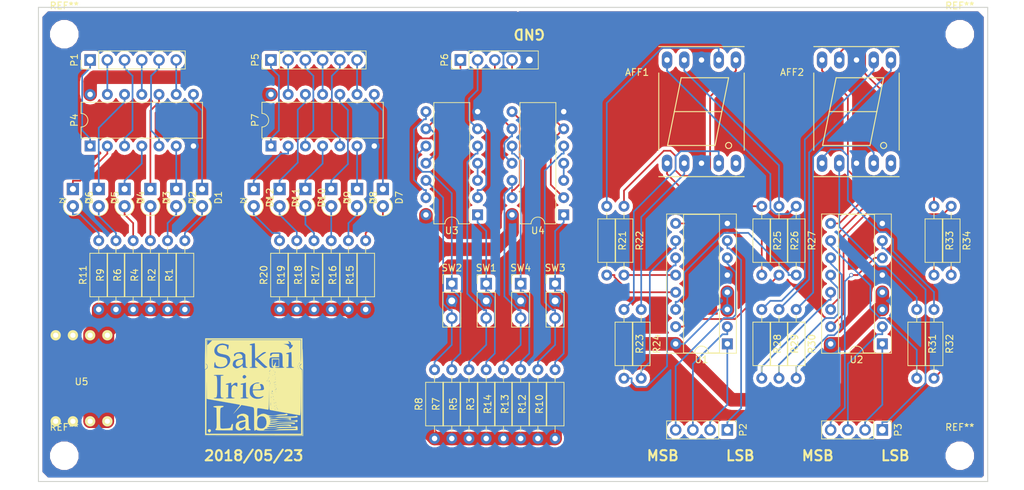
<source format=kicad_pcb>
(kicad_pcb (version 4) (host pcbnew 4.0.1-stable)
  (layers (0 F.Cu signal) (31 B.Cu signal) (34 B.Paste user) (35 F.Paste user) (36 B.SilkS user) (37 F.SilkS user) (38 B.Mask user) (39 F.Mask user) (44 Edge.Cuts user))
  (net 0 "")
  (net 1 /oa4_LED)
  (net 2 /oa3_LED)
  (net 3 GND)
  (net 4 /oa2_LED)
  (net 5 "Net-(AFF1-Pad5)")
  (net 6 /oa1_LED)
  (net 7 /oa0_LED)
  (net 8 /oa5_LED)
  (net 9 /oa6_LED)
  (net 10 /ob4_LED)
  (net 11 /ob3_LED)
  (net 12 /ob2_LED)
  (net 13 "Net-(AFF2-Pad5)")
  (net 14 /ob1_LED)
  (net 15 /ob0_LED)
  (net 16 /ob5_LED)
  (net 17 /ob6_LED)
  (net 18 /OUT5)
  (net 19 "Net-(D1-Pad2)")
  (net 20 /OUT4)
  (net 21 "Net-(D2-Pad2)")
  (net 22 /OUT3)
  (net 23 "Net-(D3-Pad2)")
  (net 24 /OUT2)
  (net 25 "Net-(D4-Pad2)")
  (net 26 /OUT1)
  (net 27 "Net-(D5-Pad2)")
  (net 28 /OUT0)
  (net 29 "Net-(D6-Pad2)")
  (net 30 /OUT5_1)
  (net 31 "Net-(D7-Pad2)")
  (net 32 /OUT4_1)
  (net 33 "Net-(D8-Pad2)")
  (net 34 /OUT3_1)
  (net 35 "Net-(D9-Pad2)")
  (net 36 /OUT2_1)
  (net 37 "Net-(D10-Pad2)")
  (net 38 /OUT1_1)
  (net 39 "Net-(D11-Pad2)")
  (net 40 /OUT0_1)
  (net 41 "Net-(D12-Pad2)")
  (net 42 /IN0)
  (net 43 /IN1)
  (net 44 /IN2)
  (net 45 /IN3)
  (net 46 /IN4)
  (net 47 /IN5)
  (net 48 /A0)
  (net 49 /B0)
  (net 50 /C0)
  (net 51 /D0)
  (net 52 /A1)
  (net 53 /B1)
  (net 54 /C1)
  (net 55 /D1)
  (net 56 VCC)
  (net 57 /IN0_1)
  (net 58 /IN1_1)
  (net 59 /IN2_1)
  (net 60 /IN3_1)
  (net 61 /IN4_1)
  (net 62 /IN5_1)
  (net 63 /swOut0)
  (net 64 /swOut1)
  (net 65 /swOut2)
  (net 66 /swOut3)
  (net 67 "Net-(R3-Pad2)")
  (net 68 "Net-(R5-Pad2)")
  (net 69 "Net-(R7-Pad2)")
  (net 70 "Net-(R8-Pad2)")
  (net 71 "Net-(R10-Pad2)")
  (net 72 "Net-(R12-Pad2)")
  (net 73 "Net-(R13-Pad2)")
  (net 74 "Net-(R14-Pad2)")
  (net 75 /oa0)
  (net 76 /oa1)
  (net 77 /oa2)
  (net 78 /oa3)
  (net 79 /oa4)
  (net 80 /oa5)
  (net 81 /oa6)
  (net 82 /ob0)
  (net 83 /ob1)
  (net 84 /ob2)
  (net 85 /ob3)
  (net 86 /ob4)
  (net 87 /ob5)
  (net 88 /ob6)
  (net 89 "Net-(U3-Pad13)")
  (net 90 "Net-(U3-Pad3)")
  (net 91 "Net-(U4-Pad13)")
  (net 92 "Net-(U4-Pad3)")
  (module Mounting_Holes:MountingHole_3.2mm_M3 (layer F.Cu) (at 86.75 138.41)
    (fp_text reference REF** (at 0 -4.2) (layer F.SilkS))
    (fp_text value MountingHole_3.2mm_M3)
    (pad 1 np_thru_hole circle (at 0 0) (size 3.2 3.2) (drill 3.2) (layers *.Cu *.Mask))
  )
  (module Displays_7-Segment:7SegmentLED_LTS6760_LTS6780 (layer F.Cu) (at 180.73 87.61)
    (fp_text reference AFF1 (at -9.5 -5.8) (layer F.SilkS))
    (fp_text value 7SEGMENTS)
    (pad 1 thru_hole oval (at -5.08 7.62) (size 1.524 2.524) (drill 0.8) (layers *.Cu *.Mask) (net 1 /oa4_LED))
    (pad 2 thru_hole oval (at -2.54 7.62) (size 1.524 2.524) (drill 0.8) (layers *.Cu *.Mask) (net 2 /oa3_LED))
    (pad 3 thru_hole oval (at 0 7.62) (size 1.524 2.524) (drill 0.8) (layers *.Cu *.Mask) (net 3 GND))
    (pad 4 thru_hole oval (at 2.54 7.62) (size 1.524 2.524) (drill 0.8) (layers *.Cu *.Mask) (net 4 /oa2_LED))
    (pad 5 thru_hole oval (at 5.08 7.62) (size 1.524 2.524) (drill 0.8) (layers *.Cu *.Mask) (net 5 "Net-(AFF1-Pad5)"))
    (pad 6 thru_hole oval (at 5.08 -7.62) (size 1.524 2.524) (drill 0.8) (layers *.Cu *.Mask) (net 6 /oa1_LED))
    (pad 7 thru_hole oval (at 2.54 -7.62) (size 1.524 2.524) (drill 0.8) (layers *.Cu *.Mask) (net 7 /oa0_LED))
    (pad 8 thru_hole oval (at 0 -7.62) (size 1.524 2.524) (drill 0.8) (layers *.Cu *.Mask) (net 3 GND))
    (pad 9 thru_hole oval (at -2.54 -7.62) (size 1.524 2.524) (drill 0.8) (layers *.Cu *.Mask) (net 8 /oa5_LED))
    (pad 10 thru_hole oval (at -5.08 -7.62) (size 1.524 2.524) (drill 0.8) (layers *.Cu *.Mask) (net 9 /oa6_LED))
  )
  (module Displays_7-Segment:7SegmentLED_LTS6760_LTS6780 (layer F.Cu) (at 203.59 87.61)
    (fp_text reference AFF2 (at -9.5 -5.8) (layer F.SilkS))
    (fp_text value 7SEGMENTS)
    (pad 1 thru_hole oval (at -5.08 7.62) (size 1.524 2.524) (drill 0.8) (layers *.Cu *.Mask) (net 10 /ob4_LED))
    (pad 2 thru_hole oval (at -2.54 7.62) (size 1.524 2.524) (drill 0.8) (layers *.Cu *.Mask) (net 11 /ob3_LED))
    (pad 3 thru_hole oval (at 0 7.62) (size 1.524 2.524) (drill 0.8) (layers *.Cu *.Mask) (net 3 GND))
    (pad 4 thru_hole oval (at 2.54 7.62) (size 1.524 2.524) (drill 0.8) (layers *.Cu *.Mask) (net 12 /ob2_LED))
    (pad 5 thru_hole oval (at 5.08 7.62) (size 1.524 2.524) (drill 0.8) (layers *.Cu *.Mask) (net 13 "Net-(AFF2-Pad5)"))
    (pad 6 thru_hole oval (at 5.08 -7.62) (size 1.524 2.524) (drill 0.8) (layers *.Cu *.Mask) (net 14 /ob1_LED))
    (pad 7 thru_hole oval (at 2.54 -7.62) (size 1.524 2.524) (drill 0.8) (layers *.Cu *.Mask) (net 15 /ob0_LED))
    (pad 8 thru_hole oval (at 0 -7.62) (size 1.524 2.524) (drill 0.8) (layers *.Cu *.Mask) (net 3 GND))
    (pad 9 thru_hole oval (at -2.54 -7.62) (size 1.524 2.524) (drill 0.8) (layers *.Cu *.Mask) (net 16 /ob5_LED))
    (pad 10 thru_hole oval (at -5.08 -7.62) (size 1.524 2.524) (drill 0.8) (layers *.Cu *.Mask) (net 17 /ob6_LED))
  )
  (module Diodes_ThroughHole:D_A-405_P2.54mm_Vertical_KathodeUp (layer F.Cu) (at 107.07 99.04 270)
    (fp_text reference D1 (at 1.27 -2.41 270) (layer F.SilkS))
    (fp_text value LED)
    (pad 1 thru_hole rect (at 0 0 270) (size 1.8 1.8) (drill 0.9) (layers *.Cu *.Mask) (net 18 /OUT5))
    (pad 2 thru_hole oval (at 2.54 0 270) (size 1.8 1.8) (drill 0.9) (layers *.Cu *.Mask) (net 19 "Net-(D1-Pad2)"))
  )
  (module Diodes_ThroughHole:D_A-405_P2.54mm_Vertical_KathodeUp (layer F.Cu) (at 103.26 99.04 270)
    (fp_text reference D2 (at 1.27 -2.41 270) (layer F.SilkS))
    (fp_text value LED)
    (pad 1 thru_hole rect (at 0 0 270) (size 1.8 1.8) (drill 0.9) (layers *.Cu *.Mask) (net 20 /OUT4))
    (pad 2 thru_hole oval (at 2.54 0 270) (size 1.8 1.8) (drill 0.9) (layers *.Cu *.Mask) (net 21 "Net-(D2-Pad2)"))
  )
  (module Diodes_ThroughHole:D_A-405_P2.54mm_Vertical_KathodeUp (layer F.Cu) (at 99.45 99.04 270)
    (fp_text reference D3 (at 1.27 -2.41 270) (layer F.SilkS))
    (fp_text value LED)
    (pad 1 thru_hole rect (at 0 0 270) (size 1.8 1.8) (drill 0.9) (layers *.Cu *.Mask) (net 22 /OUT3))
    (pad 2 thru_hole oval (at 2.54 0 270) (size 1.8 1.8) (drill 0.9) (layers *.Cu *.Mask) (net 23 "Net-(D3-Pad2)"))
  )
  (module Diodes_ThroughHole:D_A-405_P2.54mm_Vertical_KathodeUp (layer F.Cu) (at 95.64 99.04 270)
    (fp_text reference D4 (at 1.27 -2.41 270) (layer F.SilkS))
    (fp_text value LED)
    (pad 1 thru_hole rect (at 0 0 270) (size 1.8 1.8) (drill 0.9) (layers *.Cu *.Mask) (net 24 /OUT2))
    (pad 2 thru_hole oval (at 2.54 0 270) (size 1.8 1.8) (drill 0.9) (layers *.Cu *.Mask) (net 25 "Net-(D4-Pad2)"))
  )
  (module Diodes_ThroughHole:D_A-405_P2.54mm_Vertical_KathodeUp (layer F.Cu) (at 91.83 99.04 270)
    (fp_text reference D5 (at 1.27 -2.41 270) (layer F.SilkS))
    (fp_text value LED)
    (pad 1 thru_hole rect (at 0 0 270) (size 1.8 1.8) (drill 0.9) (layers *.Cu *.Mask) (net 26 /OUT1))
    (pad 2 thru_hole oval (at 2.54 0 270) (size 1.8 1.8) (drill 0.9) (layers *.Cu *.Mask) (net 27 "Net-(D5-Pad2)"))
  )
  (module Diodes_ThroughHole:D_A-405_P2.54mm_Vertical_KathodeUp (layer F.Cu) (at 88.02 99.04 270)
    (fp_text reference D6 (at 1.27 -2.41 270) (layer F.SilkS))
    (fp_text value LED)
    (pad 1 thru_hole rect (at 0 0 270) (size 1.8 1.8) (drill 0.9) (layers *.Cu *.Mask) (net 28 /OUT0))
    (pad 2 thru_hole oval (at 2.54 0 270) (size 1.8 1.8) (drill 0.9) (layers *.Cu *.Mask) (net 29 "Net-(D6-Pad2)"))
  )
  (module Diodes_ThroughHole:D_A-405_P2.54mm_Vertical_KathodeUp (layer F.Cu) (at 133.74 99.04 270)
    (fp_text reference D7 (at 1.27 -2.41 270) (layer F.SilkS))
    (fp_text value LED)
    (pad 1 thru_hole rect (at 0 0 270) (size 1.8 1.8) (drill 0.9) (layers *.Cu *.Mask) (net 30 /OUT5_1))
    (pad 2 thru_hole oval (at 2.54 0 270) (size 1.8 1.8) (drill 0.9) (layers *.Cu *.Mask) (net 31 "Net-(D7-Pad2)"))
  )
  (module Diodes_ThroughHole:D_A-405_P2.54mm_Vertical_KathodeUp (layer F.Cu) (at 129.93 99.04 270)
    (fp_text reference D8 (at 1.27 -2.41 270) (layer F.SilkS))
    (fp_text value LED)
    (pad 1 thru_hole rect (at 0 0 270) (size 1.8 1.8) (drill 0.9) (layers *.Cu *.Mask) (net 32 /OUT4_1))
    (pad 2 thru_hole oval (at 2.54 0 270) (size 1.8 1.8) (drill 0.9) (layers *.Cu *.Mask) (net 33 "Net-(D8-Pad2)"))
  )
  (module Diodes_ThroughHole:D_A-405_P2.54mm_Vertical_KathodeUp (layer F.Cu) (at 126.12 99.04 270)
    (fp_text reference D9 (at 1.27 -2.41 270) (layer F.SilkS))
    (fp_text value LED)
    (pad 1 thru_hole rect (at 0 0 270) (size 1.8 1.8) (drill 0.9) (layers *.Cu *.Mask) (net 34 /OUT3_1))
    (pad 2 thru_hole oval (at 2.54 0 270) (size 1.8 1.8) (drill 0.9) (layers *.Cu *.Mask) (net 35 "Net-(D9-Pad2)"))
  )
  (module Diodes_ThroughHole:D_A-405_P2.54mm_Vertical_KathodeUp (layer F.Cu) (at 122.31 99.04 270)
    (fp_text reference D10 (at 1.27 -2.41 270) (layer F.SilkS))
    (fp_text value LED)
    (pad 1 thru_hole rect (at 0 0 270) (size 1.8 1.8) (drill 0.9) (layers *.Cu *.Mask) (net 36 /OUT2_1))
    (pad 2 thru_hole oval (at 2.54 0 270) (size 1.8 1.8) (drill 0.9) (layers *.Cu *.Mask) (net 37 "Net-(D10-Pad2)"))
  )
  (module Diodes_ThroughHole:D_A-405_P2.54mm_Vertical_KathodeUp (layer F.Cu) (at 118.5 99.04 270)
    (fp_text reference D11 (at 1.27 -2.41 270) (layer F.SilkS))
    (fp_text value LED)
    (pad 1 thru_hole rect (at 0 0 270) (size 1.8 1.8) (drill 0.9) (layers *.Cu *.Mask) (net 38 /OUT1_1))
    (pad 2 thru_hole oval (at 2.54 0 270) (size 1.8 1.8) (drill 0.9) (layers *.Cu *.Mask) (net 39 "Net-(D11-Pad2)"))
  )
  (module Diodes_ThroughHole:D_A-405_P2.54mm_Vertical_KathodeUp (layer F.Cu) (at 114.69 99.04 270)
    (fp_text reference D12 (at 1.27 -2.41 270) (layer F.SilkS))
    (fp_text value LED)
    (pad 1 thru_hole rect (at 0 0 270) (size 1.8 1.8) (drill 0.9) (layers *.Cu *.Mask) (net 40 /OUT0_1))
    (pad 2 thru_hole oval (at 2.54 0 270) (size 1.8 1.8) (drill 0.9) (layers *.Cu *.Mask) (net 41 "Net-(D12-Pad2)"))
  )
  (module Pin_Headers:Pin_Header_Straight_1x06_Pitch2.54mm (layer F.Cu) (at 90.56 79.99 90)
    (fp_text reference P1 (at 0 -2.33 90) (layer F.SilkS))
    (fp_text value CONN_01X06)
    (pad 1 thru_hole rect (at 0 0 90) (size 1.7 1.7) (drill 1) (layers *.Cu *.Mask) (net 42 /IN0))
    (pad 2 thru_hole oval (at 0 2.54 90) (size 1.7 1.7) (drill 1) (layers *.Cu *.Mask) (net 43 /IN1))
    (pad 3 thru_hole oval (at 0 5.08 90) (size 1.7 1.7) (drill 1) (layers *.Cu *.Mask) (net 44 /IN2))
    (pad 4 thru_hole oval (at 0 7.62 90) (size 1.7 1.7) (drill 1) (layers *.Cu *.Mask) (net 45 /IN3))
    (pad 5 thru_hole oval (at 0 10.16 90) (size 1.7 1.7) (drill 1) (layers *.Cu *.Mask) (net 46 /IN4))
    (pad 6 thru_hole oval (at 0 12.7 90) (size 1.7 1.7) (drill 1) (layers *.Cu *.Mask) (net 47 /IN5))
  )
  (module Pin_Headers:Pin_Header_Straight_1x04_Pitch2.54mm (layer F.Cu) (at 184.54 134.6 270)
    (fp_text reference P2 (at 0 -2.33 270) (layer F.SilkS))
    (fp_text value CONN_01X04)
    (pad 1 thru_hole rect (at 0 0 270) (size 1.7 1.7) (drill 1) (layers *.Cu *.Mask) (net 48 /A0))
    (pad 2 thru_hole oval (at 0 2.54 270) (size 1.7 1.7) (drill 1) (layers *.Cu *.Mask) (net 49 /B0))
    (pad 3 thru_hole oval (at 0 5.08 270) (size 1.7 1.7) (drill 1) (layers *.Cu *.Mask) (net 50 /C0))
    (pad 4 thru_hole oval (at 0 7.62 270) (size 1.7 1.7) (drill 1) (layers *.Cu *.Mask) (net 51 /D0))
  )
  (module Pin_Headers:Pin_Header_Straight_1x04_Pitch2.54mm (layer F.Cu) (at 207.4 134.6 270)
    (fp_text reference P3 (at 0 -2.33 270) (layer F.SilkS))
    (fp_text value CONN_01X04)
    (pad 1 thru_hole rect (at 0 0 270) (size 1.7 1.7) (drill 1) (layers *.Cu *.Mask) (net 52 /A1))
    (pad 2 thru_hole oval (at 0 2.54 270) (size 1.7 1.7) (drill 1) (layers *.Cu *.Mask) (net 53 /B1))
    (pad 3 thru_hole oval (at 0 5.08 270) (size 1.7 1.7) (drill 1) (layers *.Cu *.Mask) (net 54 /C1))
    (pad 4 thru_hole oval (at 0 7.62 270) (size 1.7 1.7) (drill 1) (layers *.Cu *.Mask) (net 55 /D1))
  )
  (module Housings_DIP:DIP-14_W7.62mm (layer F.Cu) (at 90.56 92.69 90)
    (fp_text reference P4 (at 3.81 -2.33 90) (layer F.SilkS))
    (fp_text value DIL14)
    (pad 1 thru_hole rect (at 0 0 90) (size 1.6 1.6) (drill 0.8) (layers *.Cu *.Mask) (net 42 /IN0))
    (pad 8 thru_hole oval (at 7.62 15.24 90) (size 1.6 1.6) (drill 0.8) (layers *.Cu *.Mask) (net 18 /OUT5))
    (pad 2 thru_hole oval (at 0 2.54 90) (size 1.6 1.6) (drill 0.8) (layers *.Cu *.Mask) (net 28 /OUT0))
    (pad 9 thru_hole oval (at 7.62 12.7 90) (size 1.6 1.6) (drill 0.8) (layers *.Cu *.Mask) (net 47 /IN5))
    (pad 3 thru_hole oval (at 0 5.08 90) (size 1.6 1.6) (drill 0.8) (layers *.Cu *.Mask) (net 44 /IN2))
    (pad 10 thru_hole oval (at 7.62 10.16 90) (size 1.6 1.6) (drill 0.8) (layers *.Cu *.Mask) (net 22 /OUT3))
    (pad 4 thru_hole oval (at 0 7.62 90) (size 1.6 1.6) (drill 0.8) (layers *.Cu *.Mask) (net 24 /OUT2))
    (pad 11 thru_hole oval (at 7.62 7.62 90) (size 1.6 1.6) (drill 0.8) (layers *.Cu *.Mask) (net 45 /IN3))
    (pad 5 thru_hole oval (at 0 10.16 90) (size 1.6 1.6) (drill 0.8) (layers *.Cu *.Mask) (net 46 /IN4))
    (pad 12 thru_hole oval (at 7.62 5.08 90) (size 1.6 1.6) (drill 0.8) (layers *.Cu *.Mask) (net 26 /OUT1))
    (pad 6 thru_hole oval (at 0 12.7 90) (size 1.6 1.6) (drill 0.8) (layers *.Cu *.Mask) (net 20 /OUT4))
    (pad 13 thru_hole oval (at 7.62 2.54 90) (size 1.6 1.6) (drill 0.8) (layers *.Cu *.Mask) (net 43 /IN1))
    (pad 7 thru_hole oval (at 0 15.24 90) (size 1.6 1.6) (drill 0.8) (layers *.Cu *.Mask) (net 3 GND))
    (pad 14 thru_hole oval (at 7.62 0 90) (size 1.6 1.6) (drill 0.8) (layers *.Cu *.Mask) (net 56 VCC))
  )
  (module Pin_Headers:Pin_Header_Straight_1x06_Pitch2.54mm (layer F.Cu) (at 117.23 79.99 90)
    (fp_text reference P5 (at 0 -2.33 90) (layer F.SilkS))
    (fp_text value CONN_01X06)
    (pad 1 thru_hole rect (at 0 0 90) (size 1.7 1.7) (drill 1) (layers *.Cu *.Mask) (net 57 /IN0_1))
    (pad 2 thru_hole oval (at 0 2.54 90) (size 1.7 1.7) (drill 1) (layers *.Cu *.Mask) (net 58 /IN1_1))
    (pad 3 thru_hole oval (at 0 5.08 90) (size 1.7 1.7) (drill 1) (layers *.Cu *.Mask) (net 59 /IN2_1))
    (pad 4 thru_hole oval (at 0 7.62 90) (size 1.7 1.7) (drill 1) (layers *.Cu *.Mask) (net 60 /IN3_1))
    (pad 5 thru_hole oval (at 0 10.16 90) (size 1.7 1.7) (drill 1) (layers *.Cu *.Mask) (net 61 /IN4_1))
    (pad 6 thru_hole oval (at 0 12.7 90) (size 1.7 1.7) (drill 1) (layers *.Cu *.Mask) (net 62 /IN5_1))
  )
  (module Pin_Headers:Pin_Header_Straight_1x05_Pitch2.54mm (layer F.Cu) (at 145.17 79.99 90)
    (fp_text reference P6 (at 0 -2.33 90) (layer F.SilkS))
    (fp_text value CONN_01X05)
    (pad 1 thru_hole rect (at 0 0 90) (size 1.7 1.7) (drill 1) (layers *.Cu *.Mask) (net 65 /swOut2))
    (pad 2 thru_hole oval (at 0 2.54 90) (size 1.7 1.7) (drill 1) (layers *.Cu *.Mask) (net 66 /swOut3))
    (pad 3 thru_hole oval (at 0 5.08 90) (size 1.7 1.7) (drill 1) (layers *.Cu *.Mask) (net 63 /swOut0))
    (pad 4 thru_hole oval (at 0 7.62 90) (size 1.7 1.7) (drill 1) (layers *.Cu *.Mask) (net 64 /swOut1))
    (pad 5 thru_hole oval (at 0 10.16 90) (size 1.7 1.7) (drill 1) (layers *.Cu *.Mask) (net 3 GND))
  )
  (module Housings_DIP:DIP-14_W7.62mm (layer F.Cu) (at 117.23 92.69 90)
    (fp_text reference P7 (at 3.81 -2.33 90) (layer F.SilkS))
    (fp_text value DIL14)
    (pad 1 thru_hole rect (at 0 0 90) (size 1.6 1.6) (drill 0.8) (layers *.Cu *.Mask) (net 57 /IN0_1))
    (pad 8 thru_hole oval (at 7.62 15.24 90) (size 1.6 1.6) (drill 0.8) (layers *.Cu *.Mask) (net 30 /OUT5_1))
    (pad 2 thru_hole oval (at 0 2.54 90) (size 1.6 1.6) (drill 0.8) (layers *.Cu *.Mask) (net 40 /OUT0_1))
    (pad 9 thru_hole oval (at 7.62 12.7 90) (size 1.6 1.6) (drill 0.8) (layers *.Cu *.Mask) (net 62 /IN5_1))
    (pad 3 thru_hole oval (at 0 5.08 90) (size 1.6 1.6) (drill 0.8) (layers *.Cu *.Mask) (net 59 /IN2_1))
    (pad 10 thru_hole oval (at 7.62 10.16 90) (size 1.6 1.6) (drill 0.8) (layers *.Cu *.Mask) (net 34 /OUT3_1))
    (pad 4 thru_hole oval (at 0 7.62 90) (size 1.6 1.6) (drill 0.8) (layers *.Cu *.Mask) (net 36 /OUT2_1))
    (pad 11 thru_hole oval (at 7.62 7.62 90) (size 1.6 1.6) (drill 0.8) (layers *.Cu *.Mask) (net 60 /IN3_1))
    (pad 5 thru_hole oval (at 0 10.16 90) (size 1.6 1.6) (drill 0.8) (layers *.Cu *.Mask) (net 61 /IN4_1))
    (pad 12 thru_hole oval (at 7.62 5.08 90) (size 1.6 1.6) (drill 0.8) (layers *.Cu *.Mask) (net 38 /OUT1_1))
    (pad 6 thru_hole oval (at 0 12.7 90) (size 1.6 1.6) (drill 0.8) (layers *.Cu *.Mask) (net 32 /OUT4_1))
    (pad 13 thru_hole oval (at 7.62 2.54 90) (size 1.6 1.6) (drill 0.8) (layers *.Cu *.Mask) (net 58 /IN1_1))
    (pad 7 thru_hole oval (at 0 15.24 90) (size 1.6 1.6) (drill 0.8) (layers *.Cu *.Mask) (net 3 GND))
    (pad 14 thru_hole oval (at 7.62 0 90) (size 1.6 1.6) (drill 0.8) (layers *.Cu *.Mask) (net 56 VCC))
  )
  (module Resistors_ThroughHole:R_Axial_DIN0207_L6.3mm_D2.5mm_P10.16mm_Horizontal (layer F.Cu) (at 104.53 116.82 90)
    (fp_text reference R1 (at 5.08 -2.31 90) (layer F.SilkS))
    (fp_text value 470)
    (pad 1 thru_hole circle (at 0 0 90) (size 1.6 1.6) (drill 0.8) (layers *.Cu *.Mask) (net 56 VCC))
    (pad 2 thru_hole oval (at 10.16 0 90) (size 1.6 1.6) (drill 0.8) (layers *.Cu *.Mask) (net 19 "Net-(D1-Pad2)"))
  )
  (module Resistors_ThroughHole:R_Axial_DIN0207_L6.3mm_D2.5mm_P10.16mm_Horizontal (layer F.Cu) (at 101.99 116.82 90)
    (fp_text reference R2 (at 5.08 -2.31 90) (layer F.SilkS))
    (fp_text value 470)
    (pad 1 thru_hole circle (at 0 0 90) (size 1.6 1.6) (drill 0.8) (layers *.Cu *.Mask) (net 56 VCC))
    (pad 2 thru_hole oval (at 10.16 0 90) (size 1.6 1.6) (drill 0.8) (layers *.Cu *.Mask) (net 21 "Net-(D2-Pad2)"))
  )
  (module Resistors_ThroughHole:R_Axial_DIN0207_L6.3mm_D2.5mm_P10.16mm_Horizontal (layer F.Cu) (at 148.98 135.87 90)
    (fp_text reference R3 (at 5.08 -2.31 90) (layer F.SilkS))
    (fp_text value 10k)
    (pad 1 thru_hole circle (at 0 0 90) (size 1.6 1.6) (drill 0.8) (layers *.Cu *.Mask) (net 56 VCC))
    (pad 2 thru_hole oval (at 10.16 0 90) (size 1.6 1.6) (drill 0.8) (layers *.Cu *.Mask) (net 67 "Net-(R3-Pad2)"))
  )
  (module Resistors_ThroughHole:R_Axial_DIN0207_L6.3mm_D2.5mm_P10.16mm_Horizontal (layer F.Cu) (at 99.45 116.82 90)
    (fp_text reference R4 (at 5.08 -2.31 90) (layer F.SilkS))
    (fp_text value 470)
    (pad 1 thru_hole circle (at 0 0 90) (size 1.6 1.6) (drill 0.8) (layers *.Cu *.Mask) (net 56 VCC))
    (pad 2 thru_hole oval (at 10.16 0 90) (size 1.6 1.6) (drill 0.8) (layers *.Cu *.Mask) (net 23 "Net-(D3-Pad2)"))
  )
  (module Resistors_ThroughHole:R_Axial_DIN0207_L6.3mm_D2.5mm_P10.16mm_Horizontal (layer F.Cu) (at 146.44 135.87 90)
    (fp_text reference R5 (at 5.08 -2.31 90) (layer F.SilkS))
    (fp_text value 10k)
    (pad 1 thru_hole circle (at 0 0 90) (size 1.6 1.6) (drill 0.8) (layers *.Cu *.Mask) (net 56 VCC))
    (pad 2 thru_hole oval (at 10.16 0 90) (size 1.6 1.6) (drill 0.8) (layers *.Cu *.Mask) (net 68 "Net-(R5-Pad2)"))
  )
  (module Resistors_ThroughHole:R_Axial_DIN0207_L6.3mm_D2.5mm_P10.16mm_Horizontal (layer F.Cu) (at 96.91 116.82 90)
    (fp_text reference R6 (at 5.08 -2.31 90) (layer F.SilkS))
    (fp_text value 470)
    (pad 1 thru_hole circle (at 0 0 90) (size 1.6 1.6) (drill 0.8) (layers *.Cu *.Mask) (net 56 VCC))
    (pad 2 thru_hole oval (at 10.16 0 90) (size 1.6 1.6) (drill 0.8) (layers *.Cu *.Mask) (net 25 "Net-(D4-Pad2)"))
  )
  (module Resistors_ThroughHole:R_Axial_DIN0207_L6.3mm_D2.5mm_P10.16mm_Horizontal (layer F.Cu) (at 143.9 135.87 90)
    (fp_text reference R7 (at 5.08 -2.31 90) (layer F.SilkS))
    (fp_text value 10k)
    (pad 1 thru_hole circle (at 0 0 90) (size 1.6 1.6) (drill 0.8) (layers *.Cu *.Mask) (net 56 VCC))
    (pad 2 thru_hole oval (at 10.16 0 90) (size 1.6 1.6) (drill 0.8) (layers *.Cu *.Mask) (net 69 "Net-(R7-Pad2)"))
  )
  (module Resistors_ThroughHole:R_Axial_DIN0207_L6.3mm_D2.5mm_P10.16mm_Horizontal (layer F.Cu) (at 141.36 135.87 90)
    (fp_text reference R8 (at 5.08 -2.31 90) (layer F.SilkS))
    (fp_text value 10k)
    (pad 1 thru_hole circle (at 0 0 90) (size 1.6 1.6) (drill 0.8) (layers *.Cu *.Mask) (net 56 VCC))
    (pad 2 thru_hole oval (at 10.16 0 90) (size 1.6 1.6) (drill 0.8) (layers *.Cu *.Mask) (net 70 "Net-(R8-Pad2)"))
  )
  (module Resistors_ThroughHole:R_Axial_DIN0207_L6.3mm_D2.5mm_P10.16mm_Horizontal (layer F.Cu) (at 94.37 116.82 90)
    (fp_text reference R9 (at 5.08 -2.31 90) (layer F.SilkS))
    (fp_text value 470)
    (pad 1 thru_hole circle (at 0 0 90) (size 1.6 1.6) (drill 0.8) (layers *.Cu *.Mask) (net 56 VCC))
    (pad 2 thru_hole oval (at 10.16 0 90) (size 1.6 1.6) (drill 0.8) (layers *.Cu *.Mask) (net 27 "Net-(D5-Pad2)"))
  )
  (module Resistors_ThroughHole:R_Axial_DIN0207_L6.3mm_D2.5mm_P10.16mm_Horizontal (layer F.Cu) (at 159.14 135.87 90)
    (fp_text reference R10 (at 5.08 -2.31 90) (layer F.SilkS))
    (fp_text value 10k)
    (pad 1 thru_hole circle (at 0 0 90) (size 1.6 1.6) (drill 0.8) (layers *.Cu *.Mask) (net 56 VCC))
    (pad 2 thru_hole oval (at 10.16 0 90) (size 1.6 1.6) (drill 0.8) (layers *.Cu *.Mask) (net 71 "Net-(R10-Pad2)"))
  )
  (module Resistors_ThroughHole:R_Axial_DIN0207_L6.3mm_D2.5mm_P10.16mm_Horizontal (layer F.Cu) (at 91.83 116.82 90)
    (fp_text reference R11 (at 5.08 -2.31 90) (layer F.SilkS))
    (fp_text value 470)
    (pad 1 thru_hole circle (at 0 0 90) (size 1.6 1.6) (drill 0.8) (layers *.Cu *.Mask) (net 56 VCC))
    (pad 2 thru_hole oval (at 10.16 0 90) (size 1.6 1.6) (drill 0.8) (layers *.Cu *.Mask) (net 29 "Net-(D6-Pad2)"))
  )
  (module Resistors_ThroughHole:R_Axial_DIN0207_L6.3mm_D2.5mm_P10.16mm_Horizontal (layer F.Cu) (at 156.6 135.87 90)
    (fp_text reference R12 (at 5.08 -2.31 90) (layer F.SilkS))
    (fp_text value 10k)
    (pad 1 thru_hole circle (at 0 0 90) (size 1.6 1.6) (drill 0.8) (layers *.Cu *.Mask) (net 56 VCC))
    (pad 2 thru_hole oval (at 10.16 0 90) (size 1.6 1.6) (drill 0.8) (layers *.Cu *.Mask) (net 72 "Net-(R12-Pad2)"))
  )
  (module Resistors_ThroughHole:R_Axial_DIN0207_L6.3mm_D2.5mm_P10.16mm_Horizontal (layer F.Cu) (at 154.06 135.87 90)
    (fp_text reference R13 (at 5.08 -2.31 90) (layer F.SilkS))
    (fp_text value 10k)
    (pad 1 thru_hole circle (at 0 0 90) (size 1.6 1.6) (drill 0.8) (layers *.Cu *.Mask) (net 56 VCC))
    (pad 2 thru_hole oval (at 10.16 0 90) (size 1.6 1.6) (drill 0.8) (layers *.Cu *.Mask) (net 73 "Net-(R13-Pad2)"))
  )
  (module Resistors_ThroughHole:R_Axial_DIN0207_L6.3mm_D2.5mm_P10.16mm_Horizontal (layer F.Cu) (at 151.52 135.87 90)
    (fp_text reference R14 (at 5.08 -2.31 90) (layer F.SilkS))
    (fp_text value 10k)
    (pad 1 thru_hole circle (at 0 0 90) (size 1.6 1.6) (drill 0.8) (layers *.Cu *.Mask) (net 56 VCC))
    (pad 2 thru_hole oval (at 10.16 0 90) (size 1.6 1.6) (drill 0.8) (layers *.Cu *.Mask) (net 74 "Net-(R14-Pad2)"))
  )
  (module Resistors_ThroughHole:R_Axial_DIN0207_L6.3mm_D2.5mm_P10.16mm_Horizontal (layer F.Cu) (at 131.2 116.82 90)
    (fp_text reference R15 (at 5.08 -2.31 90) (layer F.SilkS))
    (fp_text value 470)
    (pad 1 thru_hole circle (at 0 0 90) (size 1.6 1.6) (drill 0.8) (layers *.Cu *.Mask) (net 56 VCC))
    (pad 2 thru_hole oval (at 10.16 0 90) (size 1.6 1.6) (drill 0.8) (layers *.Cu *.Mask) (net 31 "Net-(D7-Pad2)"))
  )
  (module Resistors_ThroughHole:R_Axial_DIN0207_L6.3mm_D2.5mm_P10.16mm_Horizontal (layer F.Cu) (at 128.66 116.82 90)
    (fp_text reference R16 (at 5.08 -2.31 90) (layer F.SilkS))
    (fp_text value 470)
    (pad 1 thru_hole circle (at 0 0 90) (size 1.6 1.6) (drill 0.8) (layers *.Cu *.Mask) (net 56 VCC))
    (pad 2 thru_hole oval (at 10.16 0 90) (size 1.6 1.6) (drill 0.8) (layers *.Cu *.Mask) (net 33 "Net-(D8-Pad2)"))
  )
  (module Resistors_ThroughHole:R_Axial_DIN0207_L6.3mm_D2.5mm_P10.16mm_Horizontal (layer F.Cu) (at 126.12 116.82 90)
    (fp_text reference R17 (at 5.08 -2.31 90) (layer F.SilkS))
    (fp_text value 470)
    (pad 1 thru_hole circle (at 0 0 90) (size 1.6 1.6) (drill 0.8) (layers *.Cu *.Mask) (net 56 VCC))
    (pad 2 thru_hole oval (at 10.16 0 90) (size 1.6 1.6) (drill 0.8) (layers *.Cu *.Mask) (net 35 "Net-(D9-Pad2)"))
  )
  (module Resistors_ThroughHole:R_Axial_DIN0207_L6.3mm_D2.5mm_P10.16mm_Horizontal (layer F.Cu) (at 123.58 116.82 90)
    (fp_text reference R18 (at 5.08 -2.31 90) (layer F.SilkS))
    (fp_text value 470)
    (pad 1 thru_hole circle (at 0 0 90) (size 1.6 1.6) (drill 0.8) (layers *.Cu *.Mask) (net 56 VCC))
    (pad 2 thru_hole oval (at 10.16 0 90) (size 1.6 1.6) (drill 0.8) (layers *.Cu *.Mask) (net 37 "Net-(D10-Pad2)"))
  )
  (module Resistors_ThroughHole:R_Axial_DIN0207_L6.3mm_D2.5mm_P10.16mm_Horizontal (layer F.Cu) (at 121.04 116.82 90)
    (fp_text reference R19 (at 5.08 -2.31 90) (layer F.SilkS))
    (fp_text value 470)
    (pad 1 thru_hole circle (at 0 0 90) (size 1.6 1.6) (drill 0.8) (layers *.Cu *.Mask) (net 56 VCC))
    (pad 2 thru_hole oval (at 10.16 0 90) (size 1.6 1.6) (drill 0.8) (layers *.Cu *.Mask) (net 39 "Net-(D11-Pad2)"))
  )
  (module Resistors_ThroughHole:R_Axial_DIN0207_L6.3mm_D2.5mm_P10.16mm_Horizontal (layer F.Cu) (at 118.5 116.82 90)
    (fp_text reference R20 (at 5.08 -2.31 90) (layer F.SilkS))
    (fp_text value 470)
    (pad 1 thru_hole circle (at 0 0 90) (size 1.6 1.6) (drill 0.8) (layers *.Cu *.Mask) (net 56 VCC))
    (pad 2 thru_hole oval (at 10.16 0 90) (size 1.6 1.6) (drill 0.8) (layers *.Cu *.Mask) (net 41 "Net-(D12-Pad2)"))
  )
  (module Resistors_ThroughHole:R_Axial_DIN0207_L6.3mm_D2.5mm_P10.16mm_Horizontal (layer F.Cu) (at 166.76 101.58 270)
    (fp_text reference R21 (at 5.08 -2.31 270) (layer F.SilkS))
    (fp_text value 470)
    (pad 1 thru_hole circle (at 0 0 270) (size 1.6 1.6) (drill 0.8) (layers *.Cu *.Mask) (net 7 /oa0_LED))
    (pad 2 thru_hole oval (at 10.16 0 270) (size 1.6 1.6) (drill 0.8) (layers *.Cu *.Mask) (net 75 /oa0))
  )
  (module Resistors_ThroughHole:R_Axial_DIN0207_L6.3mm_D2.5mm_P10.16mm_Horizontal (layer F.Cu) (at 169.3 101.58 270)
    (fp_text reference R22 (at 5.08 -2.31 270) (layer F.SilkS))
    (fp_text value 470)
    (pad 1 thru_hole circle (at 0 0 270) (size 1.6 1.6) (drill 0.8) (layers *.Cu *.Mask) (net 6 /oa1_LED))
    (pad 2 thru_hole oval (at 10.16 0 270) (size 1.6 1.6) (drill 0.8) (layers *.Cu *.Mask) (net 76 /oa1))
  )
  (module Resistors_ThroughHole:R_Axial_DIN0207_L6.3mm_D2.5mm_P10.16mm_Horizontal (layer F.Cu) (at 169.3 116.82 270)
    (fp_text reference R23 (at 5.08 -2.31 270) (layer F.SilkS))
    (fp_text value 470)
    (pad 1 thru_hole circle (at 0 0 270) (size 1.6 1.6) (drill 0.8) (layers *.Cu *.Mask) (net 4 /oa2_LED))
    (pad 2 thru_hole oval (at 10.16 0 270) (size 1.6 1.6) (drill 0.8) (layers *.Cu *.Mask) (net 77 /oa2))
  )
  (module Resistors_ThroughHole:R_Axial_DIN0207_L6.3mm_D2.5mm_P10.16mm_Horizontal (layer F.Cu) (at 171.84 116.82 270)
    (fp_text reference R24 (at 5.08 -2.31 270) (layer F.SilkS))
    (fp_text value 470)
    (pad 1 thru_hole circle (at 0 0 270) (size 1.6 1.6) (drill 0.8) (layers *.Cu *.Mask) (net 2 /oa3_LED))
    (pad 2 thru_hole oval (at 10.16 0 270) (size 1.6 1.6) (drill 0.8) (layers *.Cu *.Mask) (net 78 /oa3))
  )
  (module Resistors_ThroughHole:R_Axial_DIN0207_L6.3mm_D2.5mm_P10.16mm_Horizontal (layer F.Cu) (at 189.62 101.58 270)
    (fp_text reference R25 (at 5.08 -2.31 270) (layer F.SilkS))
    (fp_text value 470)
    (pad 1 thru_hole circle (at 0 0 270) (size 1.6 1.6) (drill 0.8) (layers *.Cu *.Mask) (net 1 /oa4_LED))
    (pad 2 thru_hole oval (at 10.16 0 270) (size 1.6 1.6) (drill 0.8) (layers *.Cu *.Mask) (net 79 /oa4))
  )
  (module Resistors_ThroughHole:R_Axial_DIN0207_L6.3mm_D2.5mm_P10.16mm_Horizontal (layer F.Cu) (at 192.16 101.58 270)
    (fp_text reference R26 (at 5.08 -2.31 270) (layer F.SilkS))
    (fp_text value 470)
    (pad 1 thru_hole circle (at 0 0 270) (size 1.6 1.6) (drill 0.8) (layers *.Cu *.Mask) (net 8 /oa5_LED))
    (pad 2 thru_hole oval (at 10.16 0 270) (size 1.6 1.6) (drill 0.8) (layers *.Cu *.Mask) (net 80 /oa5))
  )
  (module Resistors_ThroughHole:R_Axial_DIN0207_L6.3mm_D2.5mm_P10.16mm_Horizontal (layer F.Cu) (at 194.7 101.58 270)
    (fp_text reference R27 (at 5.08 -2.31 270) (layer F.SilkS))
    (fp_text value 470)
    (pad 1 thru_hole circle (at 0 0 270) (size 1.6 1.6) (drill 0.8) (layers *.Cu *.Mask) (net 9 /oa6_LED))
    (pad 2 thru_hole oval (at 10.16 0 270) (size 1.6 1.6) (drill 0.8) (layers *.Cu *.Mask) (net 81 /oa6))
  )
  (module Resistors_ThroughHole:R_Axial_DIN0207_L6.3mm_D2.5mm_P10.16mm_Horizontal (layer F.Cu) (at 189.62 116.82 270)
    (fp_text reference R28 (at 5.08 -2.31 270) (layer F.SilkS))
    (fp_text value 470)
    (pad 1 thru_hole circle (at 0 0 270) (size 1.6 1.6) (drill 0.8) (layers *.Cu *.Mask) (net 15 /ob0_LED))
    (pad 2 thru_hole oval (at 10.16 0 270) (size 1.6 1.6) (drill 0.8) (layers *.Cu *.Mask) (net 82 /ob0))
  )
  (module Resistors_ThroughHole:R_Axial_DIN0207_L6.3mm_D2.5mm_P10.16mm_Horizontal (layer F.Cu) (at 192.16 116.82 270)
    (fp_text reference R29 (at 5.08 -2.31 270) (layer F.SilkS))
    (fp_text value 470)
    (pad 1 thru_hole circle (at 0 0 270) (size 1.6 1.6) (drill 0.8) (layers *.Cu *.Mask) (net 14 /ob1_LED))
    (pad 2 thru_hole oval (at 10.16 0 270) (size 1.6 1.6) (drill 0.8) (layers *.Cu *.Mask) (net 83 /ob1))
  )
  (module Resistors_ThroughHole:R_Axial_DIN0207_L6.3mm_D2.5mm_P10.16mm_Horizontal (layer F.Cu) (at 194.7 116.82 270)
    (fp_text reference R30 (at 5.08 -2.31 270) (layer F.SilkS))
    (fp_text value 470)
    (pad 1 thru_hole circle (at 0 0 270) (size 1.6 1.6) (drill 0.8) (layers *.Cu *.Mask) (net 12 /ob2_LED))
    (pad 2 thru_hole oval (at 10.16 0 270) (size 1.6 1.6) (drill 0.8) (layers *.Cu *.Mask) (net 84 /ob2))
  )
  (module Resistors_ThroughHole:R_Axial_DIN0207_L6.3mm_D2.5mm_P10.16mm_Horizontal (layer F.Cu) (at 212.48 116.82 270)
    (fp_text reference R31 (at 5.08 -2.31 270) (layer F.SilkS))
    (fp_text value 470)
    (pad 1 thru_hole circle (at 0 0 270) (size 1.6 1.6) (drill 0.8) (layers *.Cu *.Mask) (net 11 /ob3_LED))
    (pad 2 thru_hole oval (at 10.16 0 270) (size 1.6 1.6) (drill 0.8) (layers *.Cu *.Mask) (net 85 /ob3))
  )
  (module Resistors_ThroughHole:R_Axial_DIN0207_L6.3mm_D2.5mm_P10.16mm_Horizontal (layer F.Cu) (at 215.02 116.82 270)
    (fp_text reference R32 (at 5.08 -2.31 270) (layer F.SilkS))
    (fp_text value 470)
    (pad 1 thru_hole circle (at 0 0 270) (size 1.6 1.6) (drill 0.8) (layers *.Cu *.Mask) (net 10 /ob4_LED))
    (pad 2 thru_hole oval (at 10.16 0 270) (size 1.6 1.6) (drill 0.8) (layers *.Cu *.Mask) (net 86 /ob4))
  )
  (module Resistors_ThroughHole:R_Axial_DIN0207_L6.3mm_D2.5mm_P10.16mm_Horizontal (layer F.Cu) (at 215.02 101.58 270)
    (fp_text reference R33 (at 5.08 -2.31 270) (layer F.SilkS))
    (fp_text value 470)
    (pad 1 thru_hole circle (at 0 0 270) (size 1.6 1.6) (drill 0.8) (layers *.Cu *.Mask) (net 16 /ob5_LED))
    (pad 2 thru_hole oval (at 10.16 0 270) (size 1.6 1.6) (drill 0.8) (layers *.Cu *.Mask) (net 87 /ob5))
  )
  (module Resistors_ThroughHole:R_Axial_DIN0207_L6.3mm_D2.5mm_P10.16mm_Horizontal (layer F.Cu) (at 217.56 101.58 270)
    (fp_text reference R34 (at 5.08 -2.31 270) (layer F.SilkS))
    (fp_text value 470)
    (pad 1 thru_hole circle (at 0 0 270) (size 1.6 1.6) (drill 0.8) (layers *.Cu *.Mask) (net 17 /ob6_LED))
    (pad 2 thru_hole oval (at 10.16 0 270) (size 1.6 1.6) (drill 0.8) (layers *.Cu *.Mask) (net 88 /ob6))
  )
  (module Pin_Headers:Pin_Header_Straight_1x03_Pitch2.54mm (layer F.Cu) (at 148.98 113.01)
    (fp_text reference SW1 (at 0 -2.33) (layer F.SilkS))
    (fp_text value SWITCH_INV)
    (pad 1 thru_hole rect (at 0 0) (size 1.7 1.7) (drill 1) (layers *.Cu *.Mask) (net 67 "Net-(R3-Pad2)"))
    (pad 2 thru_hole oval (at 0 2.54) (size 1.7 1.7) (drill 1) (layers *.Cu *.Mask) (net 3 GND))
    (pad 3 thru_hole oval (at 0 5.08) (size 1.7 1.7) (drill 1) (layers *.Cu *.Mask) (net 68 "Net-(R5-Pad2)"))
  )
  (module Pin_Headers:Pin_Header_Straight_1x03_Pitch2.54mm (layer F.Cu) (at 143.9 113.01)
    (fp_text reference SW2 (at 0 -2.33) (layer F.SilkS))
    (fp_text value SWITCH_INV)
    (pad 1 thru_hole rect (at 0 0) (size 1.7 1.7) (drill 1) (layers *.Cu *.Mask) (net 69 "Net-(R7-Pad2)"))
    (pad 2 thru_hole oval (at 0 2.54) (size 1.7 1.7) (drill 1) (layers *.Cu *.Mask) (net 3 GND))
    (pad 3 thru_hole oval (at 0 5.08) (size 1.7 1.7) (drill 1) (layers *.Cu *.Mask) (net 70 "Net-(R8-Pad2)"))
  )
  (module Pin_Headers:Pin_Header_Straight_1x03_Pitch2.54mm (layer F.Cu) (at 159.14 113.01)
    (fp_text reference SW3 (at 0 -2.33) (layer F.SilkS))
    (fp_text value SWITCH_INV)
    (pad 1 thru_hole rect (at 0 0) (size 1.7 1.7) (drill 1) (layers *.Cu *.Mask) (net 71 "Net-(R10-Pad2)"))
    (pad 2 thru_hole oval (at 0 2.54) (size 1.7 1.7) (drill 1) (layers *.Cu *.Mask) (net 3 GND))
    (pad 3 thru_hole oval (at 0 5.08) (size 1.7 1.7) (drill 1) (layers *.Cu *.Mask) (net 72 "Net-(R12-Pad2)"))
  )
  (module Pin_Headers:Pin_Header_Straight_1x03_Pitch2.54mm (layer F.Cu) (at 154.06 113.01)
    (fp_text reference SW4 (at 0 -2.33) (layer F.SilkS))
    (fp_text value SWITCH_INV)
    (pad 1 thru_hole rect (at 0 0) (size 1.7 1.7) (drill 1) (layers *.Cu *.Mask) (net 73 "Net-(R13-Pad2)"))
    (pad 2 thru_hole oval (at 0 2.54) (size 1.7 1.7) (drill 1) (layers *.Cu *.Mask) (net 3 GND))
    (pad 3 thru_hole oval (at 0 5.08) (size 1.7 1.7) (drill 1) (layers *.Cu *.Mask) (net 74 "Net-(R14-Pad2)"))
  )
  (module Housings_DIP:DIP-16_W7.62mm_Socket (layer F.Cu) (at 184.54 121.9 180)
    (fp_text reference U1 (at 3.81 -2.33 180) (layer F.SilkS))
    (fp_text value 74LS248)
    (pad 1 thru_hole rect (at 0 0 180) (size 1.6 1.6) (drill 0.8) (layers *.Cu *.Mask) (net 49 /B0))
    (pad 9 thru_hole oval (at 7.62 17.78 180) (size 1.6 1.6) (drill 0.8) (layers *.Cu *.Mask) (net 79 /oa4))
    (pad 2 thru_hole oval (at 0 2.54 180) (size 1.6 1.6) (drill 0.8) (layers *.Cu *.Mask) (net 50 /C0))
    (pad 10 thru_hole oval (at 7.62 15.24 180) (size 1.6 1.6) (drill 0.8) (layers *.Cu *.Mask) (net 78 /oa3))
    (pad 3 thru_hole oval (at 0 5.08 180) (size 1.6 1.6) (drill 0.8) (layers *.Cu *.Mask) (net 56 VCC))
    (pad 11 thru_hole oval (at 7.62 12.7 180) (size 1.6 1.6) (drill 0.8) (layers *.Cu *.Mask) (net 77 /oa2))
    (pad 4 thru_hole oval (at 0 7.62 180) (size 1.6 1.6) (drill 0.8) (layers *.Cu *.Mask) (net 56 VCC))
    (pad 12 thru_hole oval (at 7.62 10.16 180) (size 1.6 1.6) (drill 0.8) (layers *.Cu *.Mask) (net 76 /oa1))
    (pad 5 thru_hole oval (at 0 10.16 180) (size 1.6 1.6) (drill 0.8) (layers *.Cu *.Mask) (net 3 GND))
    (pad 13 thru_hole oval (at 7.62 7.62 180) (size 1.6 1.6) (drill 0.8) (layers *.Cu *.Mask) (net 75 /oa0))
    (pad 6 thru_hole oval (at 0 12.7 180) (size 1.6 1.6) (drill 0.8) (layers *.Cu *.Mask) (net 51 /D0))
    (pad 14 thru_hole oval (at 7.62 5.08 180) (size 1.6 1.6) (drill 0.8) (layers *.Cu *.Mask) (net 81 /oa6))
    (pad 7 thru_hole oval (at 0 15.24 180) (size 1.6 1.6) (drill 0.8) (layers *.Cu *.Mask) (net 48 /A0))
    (pad 15 thru_hole oval (at 7.62 2.54 180) (size 1.6 1.6) (drill 0.8) (layers *.Cu *.Mask) (net 80 /oa5))
    (pad 8 thru_hole oval (at 0 17.78 180) (size 1.6 1.6) (drill 0.8) (layers *.Cu *.Mask) (net 3 GND))
    (pad 16 thru_hole oval (at 7.62 0 180) (size 1.6 1.6) (drill 0.8) (layers *.Cu *.Mask) (net 56 VCC))
  )
  (module Housings_DIP:DIP-16_W7.62mm_Socket (layer F.Cu) (at 207.4 121.9 180)
    (fp_text reference U2 (at 3.81 -2.33 180) (layer F.SilkS))
    (fp_text value 74LS248)
    (pad 1 thru_hole rect (at 0 0 180) (size 1.6 1.6) (drill 0.8) (layers *.Cu *.Mask) (net 53 /B1))
    (pad 9 thru_hole oval (at 7.62 17.78 180) (size 1.6 1.6) (drill 0.8) (layers *.Cu *.Mask) (net 86 /ob4))
    (pad 2 thru_hole oval (at 0 2.54 180) (size 1.6 1.6) (drill 0.8) (layers *.Cu *.Mask) (net 54 /C1))
    (pad 10 thru_hole oval (at 7.62 15.24 180) (size 1.6 1.6) (drill 0.8) (layers *.Cu *.Mask) (net 85 /ob3))
    (pad 3 thru_hole oval (at 0 5.08 180) (size 1.6 1.6) (drill 0.8) (layers *.Cu *.Mask) (net 56 VCC))
    (pad 11 thru_hole oval (at 7.62 12.7 180) (size 1.6 1.6) (drill 0.8) (layers *.Cu *.Mask) (net 84 /ob2))
    (pad 4 thru_hole oval (at 0 7.62 180) (size 1.6 1.6) (drill 0.8) (layers *.Cu *.Mask) (net 56 VCC))
    (pad 12 thru_hole oval (at 7.62 10.16 180) (size 1.6 1.6) (drill 0.8) (layers *.Cu *.Mask) (net 83 /ob1))
    (pad 5 thru_hole oval (at 0 10.16 180) (size 1.6 1.6) (drill 0.8) (layers *.Cu *.Mask) (net 3 GND))
    (pad 13 thru_hole oval (at 7.62 7.62 180) (size 1.6 1.6) (drill 0.8) (layers *.Cu *.Mask) (net 82 /ob0))
    (pad 6 thru_hole oval (at 0 12.7 180) (size 1.6 1.6) (drill 0.8) (layers *.Cu *.Mask) (net 55 /D1))
    (pad 14 thru_hole oval (at 7.62 5.08 180) (size 1.6 1.6) (drill 0.8) (layers *.Cu *.Mask) (net 88 /ob6))
    (pad 7 thru_hole oval (at 0 15.24 180) (size 1.6 1.6) (drill 0.8) (layers *.Cu *.Mask) (net 52 /A1))
    (pad 15 thru_hole oval (at 7.62 2.54 180) (size 1.6 1.6) (drill 0.8) (layers *.Cu *.Mask) (net 87 /ob5))
    (pad 8 thru_hole oval (at 0 17.78 180) (size 1.6 1.6) (drill 0.8) (layers *.Cu *.Mask) (net 3 GND))
    (pad 16 thru_hole oval (at 7.62 0 180) (size 1.6 1.6) (drill 0.8) (layers *.Cu *.Mask) (net 56 VCC))
  )
  (module Housings_DIP:DIP-14_W7.62mm (layer F.Cu) (at 147.71 102.85 180)
    (fp_text reference U3 (at 3.81 -2.33 180) (layer F.SilkS))
    (fp_text value 74HCT00)
    (pad 1 thru_hole rect (at 0 0 180) (size 1.6 1.6) (drill 0.8) (layers *.Cu *.Mask) (net 67 "Net-(R3-Pad2)"))
    (pad 8 thru_hole oval (at 7.62 15.24 180) (size 1.6 1.6) (drill 0.8) (layers *.Cu *.Mask) (net 89 "Net-(U3-Pad13)"))
    (pad 2 thru_hole oval (at 0 2.54 180) (size 1.6 1.6) (drill 0.8) (layers *.Cu *.Mask) (net 66 /swOut3))
    (pad 9 thru_hole oval (at 7.62 12.7 180) (size 1.6 1.6) (drill 0.8) (layers *.Cu *.Mask) (net 65 /swOut2))
    (pad 3 thru_hole oval (at 0 5.08 180) (size 1.6 1.6) (drill 0.8) (layers *.Cu *.Mask) (net 90 "Net-(U3-Pad3)"))
    (pad 10 thru_hole oval (at 7.62 10.16 180) (size 1.6 1.6) (drill 0.8) (layers *.Cu *.Mask) (net 69 "Net-(R7-Pad2)"))
    (pad 4 thru_hole oval (at 0 7.62 180) (size 1.6 1.6) (drill 0.8) (layers *.Cu *.Mask) (net 90 "Net-(U3-Pad3)"))
    (pad 11 thru_hole oval (at 7.62 7.62 180) (size 1.6 1.6) (drill 0.8) (layers *.Cu *.Mask) (net 65 /swOut2))
    (pad 5 thru_hole oval (at 0 10.16 180) (size 1.6 1.6) (drill 0.8) (layers *.Cu *.Mask) (net 68 "Net-(R5-Pad2)"))
    (pad 12 thru_hole oval (at 7.62 5.08 180) (size 1.6 1.6) (drill 0.8) (layers *.Cu *.Mask) (net 70 "Net-(R8-Pad2)"))
    (pad 6 thru_hole oval (at 0 12.7 180) (size 1.6 1.6) (drill 0.8) (layers *.Cu *.Mask) (net 66 /swOut3))
    (pad 13 thru_hole oval (at 7.62 2.54 180) (size 1.6 1.6) (drill 0.8) (layers *.Cu *.Mask) (net 89 "Net-(U3-Pad13)"))
    (pad 7 thru_hole oval (at 0 15.24 180) (size 1.6 1.6) (drill 0.8) (layers *.Cu *.Mask) (net 3 GND))
    (pad 14 thru_hole oval (at 7.62 0 180) (size 1.6 1.6) (drill 0.8) (layers *.Cu *.Mask) (net 56 VCC))
  )
  (module Housings_DIP:DIP-14_W7.62mm (layer F.Cu) (at 160.41 102.85 180)
    (fp_text reference U4 (at 3.81 -2.33 180) (layer F.SilkS))
    (fp_text value 74HCT00)
    (pad 1 thru_hole rect (at 0 0 180) (size 1.6 1.6) (drill 0.8) (layers *.Cu *.Mask) (net 71 "Net-(R10-Pad2)"))
    (pad 8 thru_hole oval (at 7.62 15.24 180) (size 1.6 1.6) (drill 0.8) (layers *.Cu *.Mask) (net 91 "Net-(U4-Pad13)"))
    (pad 2 thru_hole oval (at 0 2.54 180) (size 1.6 1.6) (drill 0.8) (layers *.Cu *.Mask) (net 64 /swOut1))
    (pad 9 thru_hole oval (at 7.62 12.7 180) (size 1.6 1.6) (drill 0.8) (layers *.Cu *.Mask) (net 63 /swOut0))
    (pad 3 thru_hole oval (at 0 5.08 180) (size 1.6 1.6) (drill 0.8) (layers *.Cu *.Mask) (net 92 "Net-(U4-Pad3)"))
    (pad 10 thru_hole oval (at 7.62 10.16 180) (size 1.6 1.6) (drill 0.8) (layers *.Cu *.Mask) (net 73 "Net-(R13-Pad2)"))
    (pad 4 thru_hole oval (at 0 7.62 180) (size 1.6 1.6) (drill 0.8) (layers *.Cu *.Mask) (net 92 "Net-(U4-Pad3)"))
    (pad 11 thru_hole oval (at 7.62 7.62 180) (size 1.6 1.6) (drill 0.8) (layers *.Cu *.Mask) (net 63 /swOut0))
    (pad 5 thru_hole oval (at 0 10.16 180) (size 1.6 1.6) (drill 0.8) (layers *.Cu *.Mask) (net 72 "Net-(R12-Pad2)"))
    (pad 12 thru_hole oval (at 7.62 5.08 180) (size 1.6 1.6) (drill 0.8) (layers *.Cu *.Mask) (net 74 "Net-(R14-Pad2)"))
    (pad 6 thru_hole oval (at 0 12.7 180) (size 1.6 1.6) (drill 0.8) (layers *.Cu *.Mask) (net 64 /swOut1))
    (pad 13 thru_hole oval (at 7.62 2.54 180) (size 1.6 1.6) (drill 0.8) (layers *.Cu *.Mask) (net 91 "Net-(U4-Pad13)"))
    (pad 7 thru_hole oval (at 0 15.24 180) (size 1.6 1.6) (drill 0.8) (layers *.Cu *.Mask) (net 3 GND))
    (pad 14 thru_hole oval (at 7.62 0 180) (size 1.6 1.6) (drill 0.8) (layers *.Cu *.Mask) (net 56 VCC))
  )
  (module expBoard:lablogo (layer F.Cu) (at 114.69 128.25)
    (fp_text reference G*** hide)
    (fp_text value LOGO hide)
  )
  (module Mounting_Holes:MountingHole_3.2mm_M3 (layer F.Cu) (at 86.75 76.18)
    (fp_text reference REF** (at 0 -4.2) (layer F.SilkS))
    (fp_text value MountingHole_3.2mm_M3)
    (pad 1 np_thru_hole circle (at 0 0) (size 3.2 3.2) (drill 3.2) (layers *.Cu *.Mask))
  )
  (module Mounting_Holes:MountingHole_3.2mm_M3 (layer F.Cu) (at 218.83 138.41)
    (fp_text reference REF** (at 0 -4.2) (layer F.SilkS))
    (fp_text value MountingHole_3.2mm_M3)
    (pad 1 np_thru_hole circle (at 0 0) (size 3.2 3.2) (drill 3.2) (layers *.Cu *.Mask))
  )
  (module Mounting_Holes:MountingHole_3.2mm_M3 (layer F.Cu) (at 218.83 76.18)
    (fp_text reference REF** (at 0 -4.2) (layer F.SilkS))
    (fp_text value MountingHole_3.2mm_M3)
    (pad 1 np_thru_hole circle (at 0 0) (size 3.2 3.2) (drill 3.2) (layers *.Cu *.Mask))
  )
  (module expBoard:DC (layer F.Cu) (at 89.29 126.98)
    (fp_text reference U5 (at 0 0.5) (layer F.SilkS))
    (fp_text value DC)
    (pad 1 thru_hole circle (at -3.81 6.35) (size 1.524 1.524) (drill 0.762) (layers *.Cu *.Mask F.SilkS) (net 3 GND))
    (pad 2 thru_hole circle (at -1.27 6.35) (size 1.524 1.524) (drill 0.762) (layers *.Cu *.Mask F.SilkS) (net 3 GND))
    (pad 3 thru_hole circle (at 1.27 6.35) (size 1.524 1.524) (drill 0.762) (layers *.Cu *.Mask F.SilkS) (net 56 VCC))
    (pad 4 thru_hole circle (at 3.81 6.35) (size 1.524 1.524) (drill 0.762) (layers *.Cu *.Mask F.SilkS) (net 56 VCC))
    (pad 5 thru_hole circle (at 3.81 -6.35) (size 1.524 1.524) (drill 0.762) (layers *.Cu *.Mask F.SilkS) (net 56 VCC))
    (pad 6 thru_hole circle (at 1.27 -6.35) (size 1.524 1.524) (drill 0.762) (layers *.Cu *.Mask F.SilkS) (net 56 VCC))
    (pad 7 thru_hole circle (at -1.27 -6.35) (size 1.524 1.524) (drill 0.762) (layers *.Cu *.Mask F.SilkS) (net 3 GND))
    (pad 8 thru_hole circle (at -3.81 -6.35) (size 1.524 1.524) (drill 0.762) (layers *.Cu *.Mask F.SilkS) (net 3 GND))
  )
  (gr_text GND (at 155.33 76.18 180) (layer F.SilkS) (effects (font (size 1.5 1.5) (thickness 0.3))))
  (gr_text LSB (at 209.305 138.41) (layer F.SilkS) (effects (font (size 1.5 1.5) (thickness 0.3))))
  (gr_text MSB (at 197.875 138.41) (layer F.SilkS) (effects (font (size 1.5 1.5) (thickness 0.3))))
  (gr_text MSB (at 175.015 138.41) (layer F.SilkS) (effects (font (size 1.5 1.5) (thickness 0.3))))
  (gr_text LSB (at 186.445 138.41) (layer F.SilkS) (effects (font (size 1.5 1.5) (thickness 0.3))))
  (gr_text 2018/05/23 (at 114.69 138.41) (layer F.SilkS) (effects (font (size 1.5 1.5) (thickness 0.3))))
  (gr_line (start 82.94 72.22) (end 82.94 142.22) (angle 90) (layer Edge.Cuts) (width 0.15))
  (gr_line (start 222.94 72.22) (end 82.94 72.22) (angle 90) (layer Edge.Cuts) (width 0.15))
  (gr_line (start 222.94 142.22) (end 222.94 72.22) (angle 90) (layer Edge.Cuts) (width 0.15))
  (gr_line (start 162.94 142.22) (end 222.94 142.22) (angle 90) (layer Edge.Cuts) (width 0.15))
  (gr_line (start 82.94 142.22) (end 162.94 142.22) (angle 90) (layer Edge.Cuts) (width 0.15))
  (segment (start 180.4127 101.58) (end 175.65 96.8173) (width 0.25) (layer F.Cu) (net 1))
  (segment (start 189.62 101.58) (end 180.4127 101.58) (width 0.25) (layer F.Cu) (net 1))
  (segment (start 175.65 95.23) (end 175.65 96.8173) (width 0.25) (layer F.Cu) (net 1))
  (segment (start 171.84 103.1673) (end 178.19 96.8173) (width 0.25) (layer B.Cu) (net 2))
  (segment (start 171.84 116.82) (end 171.84 103.1673) (width 0.25) (layer B.Cu) (net 2))
  (segment (start 178.19 95.23) (end 178.19 96.8173) (width 0.25) (layer B.Cu) (net 2))
  (segment (start 180.73 79.99) (end 180.73 81.26) (width 0.25) (layer B.Cu) (net 3))
  (segment (start 159.14 76.18) (end 155.33 79.99) (width 0.25) (layer B.Cu) (net 3))
  (segment (start 187.08 76.18) (end 159.14 76.18) (width 0.25) (layer B.Cu) (net 3))
  (segment (start 188.35 77.45) (end 187.08 76.18) (width 0.25) (layer B.Cu) (net 3))
  (segment (start 188.35 81.895) (end 188.35 77.45) (width 0.25) (layer B.Cu) (net 3))
  (segment (start 187.08 83.165) (end 188.35 81.895) (width 0.25) (layer B.Cu) (net 3))
  (segment (start 182.635 83.165) (end 187.08 83.165) (width 0.25) (layer B.Cu) (net 3))
  (segment (start 180.73 81.26) (end 182.635 83.165) (width 0.25) (layer B.Cu) (net 3))
  (segment (start 207.4 104.12) (end 208.416 104.12) (width 2) (layer F.Cu) (net 3))
  (segment (start 208.416 111.74) (end 207.4 111.74) (width 2) (layer F.Cu) (net 3))
  (segment (start 210.702 109.454) (end 208.416 111.74) (width 2) (layer F.Cu) (net 3))
  (segment (start 210.702 106.406) (end 210.702 109.454) (width 2) (layer F.Cu) (net 3))
  (segment (start 208.416 104.12) (end 210.702 106.406) (width 2) (layer F.Cu) (net 3))
  (segment (start 184.54 104.12) (end 183.27 104.12) (width 2) (layer F.Cu) (net 3))
  (segment (start 182 111.74) (end 184.54 111.74) (width 2) (layer F.Cu) (net 3))
  (segment (start 180.73 110.47) (end 182 111.74) (width 2) (layer F.Cu) (net 3))
  (segment (start 180.73 106.66) (end 180.73 110.47) (width 2) (layer F.Cu) (net 3))
  (segment (start 183.27 104.12) (end 180.73 106.66) (width 2) (layer F.Cu) (net 3))
  (segment (start 154.06 115.55) (end 159.14 115.55) (width 2) (layer F.Cu) (net 3))
  (segment (start 148.98 115.55) (end 154.06 115.55) (width 2) (layer F.Cu) (net 3))
  (segment (start 143.9 115.55) (end 148.98 115.55) (width 2) (layer F.Cu) (net 3))
  (segment (start 134.7206 91.5647) (end 133.5953 92.69) (width 0.25) (layer F.Cu) (net 3))
  (segment (start 142.63 91.5647) (end 134.7206 91.5647) (width 0.25) (layer F.Cu) (net 3))
  (segment (start 146.5847 87.61) (end 142.63 91.5647) (width 0.25) (layer F.Cu) (net 3))
  (segment (start 147.71 87.61) (end 146.5847 87.61) (width 0.25) (layer F.Cu) (net 3))
  (segment (start 132.47 92.69) (end 133.5953 92.69) (width 0.25) (layer F.Cu) (net 3))
  (segment (start 203.59 79.99) (end 203.59 95.23) (width 0.25) (layer F.Cu) (net 3))
  (segment (start 180.73 99.1847) (end 184.54 102.9947) (width 0.25) (layer B.Cu) (net 3))
  (segment (start 180.73 95.23) (end 180.73 99.1847) (width 0.25) (layer B.Cu) (net 3))
  (segment (start 184.54 104.12) (end 184.54 102.9947) (width 0.25) (layer B.Cu) (net 3))
  (segment (start 207.4 100.6273) (end 203.59 96.8173) (width 0.25) (layer B.Cu) (net 3))
  (segment (start 207.4 104.12) (end 207.4 100.6273) (width 0.25) (layer B.Cu) (net 3))
  (segment (start 203.59 95.23) (end 203.59 96.8173) (width 0.25) (layer B.Cu) (net 3))
  (segment (start 154.1547 79.3227) (end 154.1547 79.99) (width 0.25) (layer B.Cu) (net 3))
  (segment (start 153.552 78.72) (end 154.1547 79.3227) (width 0.25) (layer B.Cu) (net 3))
  (segment (start 152.028 78.72) (end 153.552 78.72) (width 0.25) (layer B.Cu) (net 3))
  (segment (start 151.52 79.228) (end 152.028 78.72) (width 0.25) (layer B.Cu) (net 3))
  (segment (start 151.52 82.6747) (end 151.52 79.228) (width 0.25) (layer B.Cu) (net 3))
  (segment (start 147.71 86.4847) (end 151.52 82.6747) (width 0.25) (layer B.Cu) (net 3))
  (segment (start 147.71 87.61) (end 147.71 86.4847) (width 0.25) (layer B.Cu) (net 3))
  (segment (start 155.33 79.99) (end 154.1547 79.99) (width 0.25) (layer B.Cu) (net 3))
  (segment (start 155.33 81.4047) (end 155.33 79.99) (width 0.25) (layer B.Cu) (net 3))
  (segment (start 160.41 86.4847) (end 155.33 81.4047) (width 0.25) (layer B.Cu) (net 3))
  (segment (start 160.41 87.61) (end 160.41 86.4847) (width 0.25) (layer B.Cu) (net 3))
  (segment (start 177.682 93.452) (end 183.27 93.452) (width 0.25) (layer B.Cu) (net 4))
  (segment (start 176.92 94.214) (end 177.682 93.452) (width 0.25) (layer B.Cu) (net 4))
  (segment (start 176.92 96.1842) (end 176.92 94.214) (width 0.25) (layer B.Cu) (net 4))
  (segment (start 170.7482 102.356) (end 176.92 96.1842) (width 0.25) (layer B.Cu) (net 4))
  (segment (start 170.7482 115.3718) (end 170.7482 102.356) (width 0.25) (layer B.Cu) (net 4))
  (segment (start 169.3 116.82) (end 170.7482 115.3718) (width 0.25) (layer B.Cu) (net 4))
  (segment (start 183.27 95.23) (end 183.27 93.452) (width 0.25) (layer B.Cu) (net 4))
  (segment (start 182 85.3873) (end 185.81 81.5773) (width 0.25) (layer F.Cu) (net 6))
  (segment (start 182 96.2574) (end 182 85.3873) (width 0.25) (layer F.Cu) (net 6))
  (segment (start 181.1555 97.1019) (end 182 96.2574) (width 0.25) (layer F.Cu) (net 6))
  (segment (start 177.7031 97.1019) (end 181.1555 97.1019) (width 0.25) (layer F.Cu) (net 6))
  (segment (start 176.92 96.3188) (end 177.7031 97.1019) (width 0.25) (layer F.Cu) (net 6))
  (segment (start 176.92 94.1593) (end 176.92 96.3188) (width 0.25) (layer F.Cu) (net 6))
  (segment (start 176.1493 93.3886) (end 176.92 94.1593) (width 0.25) (layer F.Cu) (net 6))
  (segment (start 175.1867 93.3886) (end 176.1493 93.3886) (width 0.25) (layer F.Cu) (net 6))
  (segment (start 169.3 99.2753) (end 175.1867 93.3886) (width 0.25) (layer F.Cu) (net 6))
  (segment (start 169.3 101.58) (end 169.3 99.2753) (width 0.25) (layer F.Cu) (net 6))
  (segment (start 185.81 79.99) (end 185.81 81.5773) (width 0.25) (layer F.Cu) (net 6))
  (segment (start 174.888 78.212) (end 183.27 78.212) (width 0.25) (layer B.Cu) (net 7))
  (segment (start 166.76 86.34) (end 174.888 78.212) (width 0.25) (layer B.Cu) (net 7))
  (segment (start 166.76 101.58) (end 166.76 86.34) (width 0.25) (layer B.Cu) (net 7))
  (segment (start 183.27 79.99) (end 183.27 78.212) (width 0.25) (layer B.Cu) (net 7))
  (segment (start 192.16 95.5473) (end 178.19 81.5773) (width 0.25) (layer B.Cu) (net 8))
  (segment (start 192.16 101.58) (end 192.16 95.5473) (width 0.25) (layer B.Cu) (net 8))
  (segment (start 178.19 79.99) (end 178.19 81.5773) (width 0.25) (layer B.Cu) (net 8))
  (segment (start 190.89 96.8173) (end 175.65 81.5773) (width 0.25) (layer B.Cu) (net 9))
  (segment (start 190.89 101.9383) (end 190.89 96.8173) (width 0.25) (layer B.Cu) (net 9))
  (segment (start 191.6729 102.7212) (end 190.89 101.9383) (width 0.25) (layer B.Cu) (net 9))
  (segment (start 193.5588 102.7212) (end 191.6729 102.7212) (width 0.25) (layer B.Cu) (net 9))
  (segment (start 194.7 101.58) (end 193.5588 102.7212) (width 0.25) (layer B.Cu) (net 9))
  (segment (start 175.65 79.99) (end 175.65 81.5773) (width 0.25) (layer B.Cu) (net 9))
  (segment (start 198.51 95.23) (end 198.51 94.468) (width 0.25) (layer B.Cu) (net 10))
  (segment (start 198.51 94.468) (end 199.78 93.198) (width 0.25) (layer B.Cu) (net 10))
  (segment (start 199.78 93.198) (end 201.3442 93.198) (width 0.25) (layer B.Cu) (net 10))
  (segment (start 201.3442 93.198) (end 201.7889 93.6427) (width 0.25) (layer B.Cu) (net 10))
  (segment (start 202.32 94.1738) (end 201.7889 93.6427) (width 0.25) (layer B.Cu) (net 10))
  (segment (start 202.32 100.707) (end 202.32 94.1738) (width 0.25) (layer B.Cu) (net 10))
  (segment (start 207.003 105.39) (end 202.32 100.707) (width 0.25) (layer B.Cu) (net 10))
  (segment (start 207.908 105.39) (end 207.003 105.39) (width 0.25) (layer B.Cu) (net 10))
  (segment (start 208.9836 106.4656) (end 207.908 105.39) (width 0.25) (layer B.Cu) (net 10))
  (segment (start 208.9836 108.1967) (end 208.9836 106.4656) (width 0.25) (layer B.Cu) (net 10))
  (segment (start 215.02 114.2331) (end 208.9836 108.1967) (width 0.25) (layer B.Cu) (net 10))
  (segment (start 215.02 116.82) (end 215.02 114.2331) (width 0.25) (layer B.Cu) (net 10))
  (segment (start 201.05 104.628) (end 201.05 95.23) (width 0.25) (layer B.Cu) (net 11))
  (segment (start 206.892 110.47) (end 201.05 104.628) (width 0.25) (layer B.Cu) (net 11))
  (segment (start 207.908 110.47) (end 206.892 110.47) (width 0.25) (layer B.Cu) (net 11))
  (segment (start 212.48 115.042) (end 207.908 110.47) (width 0.25) (layer B.Cu) (net 11))
  (segment (start 212.48 116.82) (end 212.48 115.042) (width 0.25) (layer B.Cu) (net 11))
  (segment (start 205.1658 92.6785) (end 206.13 93.6427) (width 0.25) (layer B.Cu) (net 12))
  (segment (start 198.8093 92.6785) (end 205.1658 92.6785) (width 0.25) (layer B.Cu) (net 12))
  (segment (start 197.2004 94.2874) (end 198.8093 92.6785) (width 0.25) (layer B.Cu) (net 12))
  (segment (start 197.2004 114.3196) (end 197.2004 94.2874) (width 0.25) (layer B.Cu) (net 12))
  (segment (start 194.7 116.82) (end 197.2004 114.3196) (width 0.25) (layer B.Cu) (net 12))
  (segment (start 206.13 95.23) (end 206.13 93.6427) (width 0.25) (layer B.Cu) (net 12))
  (segment (start 196.605 93.6423) (end 208.67 81.5773) (width 0.25) (layer B.Cu) (net 14))
  (segment (start 196.605 112.375) (end 196.605 93.6423) (width 0.25) (layer B.Cu) (net 14))
  (segment (start 192.16 116.82) (end 196.605 112.375) (width 0.25) (layer B.Cu) (net 14))
  (segment (start 208.67 79.99) (end 208.67 81.5773) (width 0.25) (layer B.Cu) (net 14))
  (segment (start 195.97 91.7373) (end 206.13 81.5773) (width 0.25) (layer B.Cu) (net 15))
  (segment (start 195.97 112.1352) (end 195.97 91.7373) (width 0.25) (layer B.Cu) (net 15))
  (segment (start 192.5552 115.55) (end 195.97 112.1352) (width 0.25) (layer B.Cu) (net 15))
  (segment (start 190.89 115.55) (end 192.5552 115.55) (width 0.25) (layer B.Cu) (net 15))
  (segment (start 189.62 116.82) (end 190.89 115.55) (width 0.25) (layer B.Cu) (net 15))
  (segment (start 206.13 79.99) (end 206.13 81.5773) (width 0.25) (layer B.Cu) (net 15))
  (segment (start 215.02 92.182) (end 215.02 101.58) (width 0.25) (layer F.Cu) (net 16))
  (segment (start 204.86 82.022) (end 215.02 92.182) (width 0.25) (layer F.Cu) (net 16))
  (segment (start 204.86 78.72) (end 204.86 82.022) (width 0.25) (layer F.Cu) (net 16))
  (segment (start 203.844 77.704) (end 204.86 78.72) (width 0.25) (layer F.Cu) (net 16))
  (segment (start 202.32 77.704) (end 203.844 77.704) (width 0.25) (layer F.Cu) (net 16))
  (segment (start 201.05 78.974) (end 202.32 77.704) (width 0.25) (layer F.Cu) (net 16))
  (segment (start 201.05 79.99) (end 201.05 78.974) (width 0.25) (layer F.Cu) (net 16))
  (segment (start 202.32 85.3873) (end 198.51 81.5773) (width 0.25) (layer F.Cu) (net 17))
  (segment (start 202.32 96.246) (end 202.32 85.3873) (width 0.25) (layer F.Cu) (net 17))
  (segment (start 204.2731 98.1991) (end 202.32 96.246) (width 0.25) (layer F.Cu) (net 17))
  (segment (start 209.5735 98.1991) (end 204.2731 98.1991) (width 0.25) (layer F.Cu) (net 17))
  (segment (start 214.1257 102.7513) (end 209.5735 98.1991) (width 0.25) (layer F.Cu) (net 17))
  (segment (start 216.3887 102.7513) (end 214.1257 102.7513) (width 0.25) (layer F.Cu) (net 17))
  (segment (start 217.56 101.58) (end 216.3887 102.7513) (width 0.25) (layer F.Cu) (net 17))
  (segment (start 198.51 79.99) (end 198.51 81.5773) (width 0.25) (layer F.Cu) (net 17))
  (segment (start 107.07 87.4653) (end 107.07 99.04) (width 0.25) (layer B.Cu) (net 18))
  (segment (start 105.8 86.1953) (end 107.07 87.4653) (width 0.25) (layer B.Cu) (net 18))
  (segment (start 105.8 85.07) (end 105.8 86.1953) (width 0.25) (layer B.Cu) (net 18))
  (segment (start 107.07 102.9947) (end 107.07 101.58) (width 0.25) (layer B.Cu) (net 19))
  (segment (start 104.53 105.5347) (end 107.07 102.9947) (width 0.25) (layer B.Cu) (net 19))
  (segment (start 104.53 106.66) (end 104.53 105.5347) (width 0.25) (layer B.Cu) (net 19))
  (segment (start 103.26 92.69) (end 103.26 99.04) (width 0.25) (layer B.Cu) (net 20))
  (segment (start 101.99 104.0753) (end 103.26 102.8053) (width 0.25) (layer B.Cu) (net 21))
  (segment (start 101.99 106.66) (end 101.99 104.0753) (width 0.25) (layer B.Cu) (net 21))
  (segment (start 103.26 101.58) (end 103.26 102.8053) (width 0.25) (layer B.Cu) (net 21))
  (segment (start 99.45 87.4653) (end 99.45 99.04) (width 0.25) (layer F.Cu) (net 22))
  (segment (start 100.72 86.1953) (end 99.45 87.4653) (width 0.25) (layer F.Cu) (net 22))
  (segment (start 100.72 85.07) (end 100.72 86.1953) (width 0.25) (layer F.Cu) (net 22))
  (segment (start 99.45 106.66) (end 99.45 101.58) (width 0.25) (layer F.Cu) (net 23))
  (segment (start 98.18 95.2747) (end 95.64 97.8147) (width 0.25) (layer B.Cu) (net 24))
  (segment (start 98.18 92.69) (end 98.18 95.2747) (width 0.25) (layer B.Cu) (net 24))
  (segment (start 95.64 99.04) (end 95.64 97.8147) (width 0.25) (layer B.Cu) (net 24))
  (segment (start 96.91 104.0753) (end 95.64 102.8053) (width 0.25) (layer F.Cu) (net 25))
  (segment (start 96.91 106.66) (end 96.91 104.0753) (width 0.25) (layer F.Cu) (net 25))
  (segment (start 95.64 101.58) (end 95.64 102.8053) (width 0.25) (layer F.Cu) (net 25))
  (segment (start 91.83 90.0053) (end 91.83 99.04) (width 0.25) (layer B.Cu) (net 26))
  (segment (start 95.64 86.1953) (end 91.83 90.0053) (width 0.25) (layer B.Cu) (net 26))
  (segment (start 95.64 85.07) (end 95.64 86.1953) (width 0.25) (layer B.Cu) (net 26))
  (segment (start 91.83 102.9947) (end 91.83 101.58) (width 0.25) (layer B.Cu) (net 27))
  (segment (start 94.37 105.5347) (end 91.83 102.9947) (width 0.25) (layer B.Cu) (net 27))
  (segment (start 94.37 106.66) (end 94.37 105.5347) (width 0.25) (layer B.Cu) (net 27))
  (segment (start 89.1006 97.8147) (end 88.02 97.8147) (width 0.25) (layer F.Cu) (net 28))
  (segment (start 93.1 93.8153) (end 89.1006 97.8147) (width 0.25) (layer F.Cu) (net 28))
  (segment (start 93.1 92.69) (end 93.1 93.8153) (width 0.25) (layer F.Cu) (net 28))
  (segment (start 88.02 99.04) (end 88.02 97.8147) (width 0.25) (layer F.Cu) (net 28))
  (segment (start 89.1006 102.8053) (end 88.02 102.8053) (width 0.25) (layer B.Cu) (net 29))
  (segment (start 91.83 105.5347) (end 89.1006 102.8053) (width 0.25) (layer B.Cu) (net 29))
  (segment (start 91.83 106.66) (end 91.83 105.5347) (width 0.25) (layer B.Cu) (net 29))
  (segment (start 88.02 101.58) (end 88.02 102.8053) (width 0.25) (layer B.Cu) (net 29))
  (segment (start 133.74 87.4653) (end 133.74 99.04) (width 0.25) (layer B.Cu) (net 30))
  (segment (start 132.47 86.1953) (end 133.74 87.4653) (width 0.25) (layer B.Cu) (net 30))
  (segment (start 132.47 85.07) (end 132.47 86.1953) (width 0.25) (layer B.Cu) (net 30))
  (segment (start 133.74 102.9947) (end 133.74 101.58) (width 0.25) (layer F.Cu) (net 31))
  (segment (start 131.2 105.5347) (end 133.74 102.9947) (width 0.25) (layer F.Cu) (net 31))
  (segment (start 131.2 106.66) (end 131.2 105.5347) (width 0.25) (layer F.Cu) (net 31))
  (segment (start 129.93 92.69) (end 129.93 99.04) (width 0.25) (layer B.Cu) (net 32))
  (segment (start 128.66 104.0753) (end 129.93 102.8053) (width 0.25) (layer B.Cu) (net 33))
  (segment (start 128.66 106.66) (end 128.66 104.0753) (width 0.25) (layer B.Cu) (net 33))
  (segment (start 129.93 101.58) (end 129.93 102.8053) (width 0.25) (layer B.Cu) (net 33))
  (segment (start 128.5806 95.3541) (end 126.12 97.8147) (width 0.25) (layer B.Cu) (net 34))
  (segment (start 128.5806 87.3859) (end 128.5806 95.3541) (width 0.25) (layer B.Cu) (net 34))
  (segment (start 127.39 86.1953) (end 128.5806 87.3859) (width 0.25) (layer B.Cu) (net 34))
  (segment (start 127.39 85.07) (end 127.39 86.1953) (width 0.25) (layer B.Cu) (net 34))
  (segment (start 126.12 99.04) (end 126.12 97.8147) (width 0.25) (layer B.Cu) (net 34))
  (segment (start 126.12 106.66) (end 126.12 101.58) (width 0.25) (layer B.Cu) (net 35))
  (segment (start 124.85 95.2747) (end 122.31 97.8147) (width 0.25) (layer B.Cu) (net 36))
  (segment (start 124.85 92.69) (end 124.85 95.2747) (width 0.25) (layer B.Cu) (net 36))
  (segment (start 122.31 99.04) (end 122.31 97.8147) (width 0.25) (layer B.Cu) (net 36))
  (segment (start 122.31 104.2647) (end 122.31 101.58) (width 0.25) (layer B.Cu) (net 37))
  (segment (start 123.58 105.5347) (end 122.31 104.2647) (width 0.25) (layer B.Cu) (net 37))
  (segment (start 123.58 106.66) (end 123.58 105.5347) (width 0.25) (layer B.Cu) (net 37))
  (segment (start 121.1847 95.13) (end 118.5 97.8147) (width 0.25) (layer B.Cu) (net 38))
  (segment (start 121.1847 87.3206) (end 121.1847 95.13) (width 0.25) (layer B.Cu) (net 38))
  (segment (start 122.31 86.1953) (end 121.1847 87.3206) (width 0.25) (layer B.Cu) (net 38))
  (segment (start 122.31 85.07) (end 122.31 86.1953) (width 0.25) (layer B.Cu) (net 38))
  (segment (start 118.5 99.04) (end 118.5 97.8147) (width 0.25) (layer B.Cu) (net 38))
  (segment (start 121.04 105.3453) (end 118.5 102.8053) (width 0.25) (layer B.Cu) (net 39))
  (segment (start 121.04 106.66) (end 121.04 105.3453) (width 0.25) (layer B.Cu) (net 39))
  (segment (start 118.5 101.58) (end 118.5 102.8053) (width 0.25) (layer B.Cu) (net 39))
  (segment (start 118.6894 93.8153) (end 114.69 97.8147) (width 0.25) (layer B.Cu) (net 40))
  (segment (start 119.77 93.8153) (end 118.6894 93.8153) (width 0.25) (layer B.Cu) (net 40))
  (segment (start 114.69 99.04) (end 114.69 97.8147) (width 0.25) (layer B.Cu) (net 40))
  (segment (start 119.77 92.69) (end 119.77 93.8153) (width 0.25) (layer B.Cu) (net 40))
  (segment (start 117.4194 105.5347) (end 114.69 102.8053) (width 0.25) (layer B.Cu) (net 41))
  (segment (start 118.5 105.5347) (end 117.4194 105.5347) (width 0.25) (layer B.Cu) (net 41))
  (segment (start 114.69 101.58) (end 114.69 102.8053) (width 0.25) (layer B.Cu) (net 41))
  (segment (start 118.5 106.66) (end 118.5 105.5347) (width 0.25) (layer B.Cu) (net 41))
  (segment (start 89.3869 82.3384) (end 90.56 81.1653) (width 0.25) (layer B.Cu) (net 42))
  (segment (start 89.3869 90.3916) (end 89.3869 82.3384) (width 0.25) (layer B.Cu) (net 42))
  (segment (start 90.56 91.5647) (end 89.3869 90.3916) (width 0.25) (layer B.Cu) (net 42))
  (segment (start 90.56 92.69) (end 90.56 91.5647) (width 0.25) (layer B.Cu) (net 42))
  (segment (start 90.56 79.99) (end 90.56 81.1653) (width 0.25) (layer B.Cu) (net 42))
  (segment (start 93.1 85.07) (end 93.1 79.99) (width 0.25) (layer B.Cu) (net 43))
  (segment (start 96.8153 82.3406) (end 95.64 81.1653) (width 0.25) (layer B.Cu) (net 44))
  (segment (start 96.8153 90.3894) (end 96.8153 82.3406) (width 0.25) (layer B.Cu) (net 44))
  (segment (start 95.64 91.5647) (end 96.8153 90.3894) (width 0.25) (layer B.Cu) (net 44))
  (segment (start 95.64 92.69) (end 95.64 91.5647) (width 0.25) (layer B.Cu) (net 44))
  (segment (start 95.64 79.99) (end 95.64 81.1653) (width 0.25) (layer B.Cu) (net 44))
  (segment (start 98.18 85.07) (end 98.18 79.99) (width 0.25) (layer B.Cu) (net 45))
  (segment (start 99.5447 82.3406) (end 100.72 81.1653) (width 0.25) (layer B.Cu) (net 46))
  (segment (start 99.5447 90.3894) (end 99.5447 82.3406) (width 0.25) (layer B.Cu) (net 46))
  (segment (start 100.72 91.5647) (end 99.5447 90.3894) (width 0.25) (layer B.Cu) (net 46))
  (segment (start 100.72 92.69) (end 100.72 91.5647) (width 0.25) (layer B.Cu) (net 46))
  (segment (start 100.72 79.99) (end 100.72 81.1653) (width 0.25) (layer B.Cu) (net 46))
  (segment (start 103.26 85.07) (end 103.26 79.99) (width 0.25) (layer B.Cu) (net 47))
  (segment (start 184.8213 107.7853) (end 184.54 107.7853) (width 0.25) (layer B.Cu) (net 48))
  (segment (start 186.572 109.536) (end 184.8213 107.7853) (width 0.25) (layer B.Cu) (net 48))
  (segment (start 186.572 131.3927) (end 186.572 109.536) (width 0.25) (layer B.Cu) (net 48))
  (segment (start 184.54 133.4247) (end 186.572 131.3927) (width 0.25) (layer B.Cu) (net 48))
  (segment (start 184.54 134.6) (end 184.54 133.4247) (width 0.25) (layer B.Cu) (net 48))
  (segment (start 184.54 106.66) (end 184.54 107.7853) (width 0.25) (layer B.Cu) (net 48))
  (segment (start 184.54 130.8847) (end 182 133.4247) (width 0.25) (layer B.Cu) (net 49))
  (segment (start 184.54 121.9) (end 184.54 130.8847) (width 0.25) (layer B.Cu) (net 49))
  (segment (start 182 134.6) (end 182 133.4247) (width 0.25) (layer B.Cu) (net 49))
  (segment (start 179.46 124.862) (end 179.46 134.6) (width 0.25) (layer B.Cu) (net 50))
  (segment (start 183.8367 120.4853) (end 179.46 124.862) (width 0.25) (layer B.Cu) (net 50))
  (segment (start 184.54 120.4853) (end 183.8367 120.4853) (width 0.25) (layer B.Cu) (net 50))
  (segment (start 184.54 119.36) (end 184.54 120.4853) (width 0.25) (layer B.Cu) (net 50))
  (segment (start 184.54 109.2) (end 184.54 110.063) (width 0.25) (layer B.Cu) (net 51))
  (segment (start 184.8023 110.3253) (end 185.81 111.333) (width 0.25) (layer B.Cu) (net 51))
  (segment (start 185.81 111.333) (end 185.81 117.582) (width 0.25) (layer B.Cu) (net 51))
  (segment (start 185.81 117.582) (end 185.302 118.09) (width 0.25) (layer B.Cu) (net 51))
  (segment (start 185.302 118.09) (end 184.032 118.09) (width 0.25) (layer B.Cu) (net 51))
  (segment (start 184.032 118.09) (end 176.92 125.202) (width 0.25) (layer B.Cu) (net 51))
  (segment (start 176.92 125.202) (end 176.92 134.6) (width 0.25) (layer B.Cu) (net 51))
  (segment (start 184.54 110.063) (end 184.8023 110.3253) (width 0.25) (layer B.Cu) (net 51))
  (segment (start 207.4 134.6) (end 207.4 133.4247) (width 0.25) (layer B.Cu) (net 52))
  (segment (start 207.4 106.66) (end 207.4 107.7853) (width 0.25) (layer B.Cu) (net 52))
  (segment (start 208.0748 133.4247) (end 207.4 133.4247) (width 0.25) (layer B.Cu) (net 52))
  (segment (start 213.7754 127.7241) (end 208.0748 133.4247) (width 0.25) (layer B.Cu) (net 52))
  (segment (start 213.7754 113.8794) (end 213.7754 127.7241) (width 0.25) (layer B.Cu) (net 52))
  (segment (start 207.6813 107.7853) (end 213.7754 113.8794) (width 0.25) (layer B.Cu) (net 52))
  (segment (start 207.4 107.7853) (end 207.6813 107.7853) (width 0.25) (layer B.Cu) (net 52))
  (segment (start 207.4 130.8847) (end 204.86 133.4247) (width 0.25) (layer B.Cu) (net 53))
  (segment (start 207.4 121.9) (end 207.4 130.8847) (width 0.25) (layer B.Cu) (net 53))
  (segment (start 204.86 134.6) (end 204.86 133.4247) (width 0.25) (layer B.Cu) (net 53))
  (segment (start 202.32 124.862) (end 202.32 134.6) (width 0.25) (layer B.Cu) (net 54))
  (segment (start 206.6967 120.4853) (end 202.32 124.862) (width 0.25) (layer B.Cu) (net 54))
  (segment (start 207.4 120.4853) (end 206.6967 120.4853) (width 0.25) (layer B.Cu) (net 54))
  (segment (start 207.4 119.36) (end 207.4 120.4853) (width 0.25) (layer B.Cu) (net 54))
  (via (at 202.8157 111.742) (size 0.6) (layers F.Cu B.Cu) (net 55))
  (segment (start 199.78 134.6) (end 199.78 133.4247) (width 0.25) (layer B.Cu) (net 55))
  (segment (start 207.4 109.2) (end 206.2747 109.2) (width 0.25) (layer F.Cu) (net 55))
  (segment (start 202.8157 111.742) (end 201.8696 112.6881) (width 0.25) (layer B.Cu) (net 55))
  (segment (start 201.8696 112.6881) (end 201.8696 131.3351) (width 0.25) (layer B.Cu) (net 55))
  (segment (start 201.8696 131.3351) (end 199.78 133.4247) (width 0.25) (layer B.Cu) (net 55))
  (segment (start 206.2747 109.2) (end 203.7327 111.742) (width 0.25) (layer F.Cu) (net 55))
  (segment (start 203.7327 111.742) (end 202.8157 111.742) (width 0.25) (layer F.Cu) (net 55))
  (segment (start 91.83 120.63) (end 91.83 133.33) (width 2) (layer F.Cu) (net 56))
  (segment (start 93.1 133.33) (end 93.1 120.63) (width 2) (layer F.Cu) (net 56))
  (segment (start 90.56 133.33) (end 91.83 133.33) (width 2) (layer F.Cu) (net 56))
  (segment (start 91.83 133.33) (end 93.1 133.33) (width 2) (layer F.Cu) (net 56))
  (segment (start 90.56 120.63) (end 90.56 133.33) (width 2) (layer F.Cu) (net 56))
  (segment (start 93.1 120.122) (end 93.1 116.82) (width 2) (layer F.Cu) (net 56))
  (segment (start 93.1 116.82) (end 93.1 117.074) (width 2) (layer F.Cu) (net 56))
  (segment (start 93.1 117.074) (end 93.1 116.82) (width 2) (layer F.Cu) (net 56))
  (segment (start 94.37 118.852) (end 93.1 120.122) (width 2) (layer F.Cu) (net 56))
  (segment (start 91.83 119.106) (end 90.56 120.376) (width 2) (layer F.Cu) (net 56))
  (segment (start 90.56 120.376) (end 90.56 121.9) (width 2) (layer F.Cu) (net 56))
  (segment (start 91.83 118.852) (end 91.83 119.106) (width 2) (layer F.Cu) (net 56))
  (segment (start 93.1 121.9) (end 93.1 120.122) (width 2) (layer F.Cu) (net 56))
  (segment (start 93.1 120.122) (end 91.83 118.852) (width 2) (layer F.Cu) (net 56))
  (segment (start 90.56 121.9) (end 91.83 121.9) (width 2) (layer F.Cu) (net 56))
  (segment (start 91.83 121.9) (end 93.1 121.9) (width 2) (layer F.Cu) (net 56))
  (segment (start 131.2 119.36) (end 128.66 116.82) (width 2) (layer F.Cu) (net 56))
  (segment (start 131.2 119.36) (end 142.63 107.93) (width 2) (layer F.Cu) (net 56))
  (segment (start 133.105 116.82) (end 133.105 117.455) (width 2) (layer F.Cu) (net 56))
  (segment (start 133.105 117.455) (end 131.2 119.36) (width 2) (layer F.Cu) (net 56))
  (segment (start 140.09 105.39) (end 142.63 107.93) (width 2) (layer F.Cu) (net 56))
  (segment (start 142.63 107.93) (end 143.265 107.93) (width 2) (layer F.Cu) (net 56))
  (segment (start 143.265 107.93) (end 140.09 107.93) (width 2) (layer F.Cu) (net 56))
  (segment (start 140.09 109.835) (end 141.995 107.93) (width 2) (layer F.Cu) (net 56))
  (segment (start 141.995 107.93) (end 143.265 107.93) (width 2) (layer F.Cu) (net 56))
  (segment (start 152.79 105.39) (end 152.79 102.85) (width 2) (layer F.Cu) (net 56))
  (segment (start 143.265 107.93) (end 150.25 107.93) (width 2) (layer F.Cu) (net 56))
  (segment (start 150.25 107.93) (end 152.79 105.39) (width 2) (layer F.Cu) (net 56))
  (segment (start 131.2 116.82) (end 133.105 116.82) (width 2) (layer F.Cu) (net 56))
  (segment (start 140.09 109.835) (end 140.09 107.93) (width 2) (layer F.Cu) (net 56))
  (segment (start 140.09 107.93) (end 140.09 105.39) (width 2) (layer F.Cu) (net 56))
  (segment (start 140.09 105.39) (end 140.09 102.85) (width 2) (layer F.Cu) (net 56))
  (segment (start 133.105 116.82) (end 140.09 109.835) (width 2) (layer F.Cu) (net 56))
  (segment (start 207.4 116.82) (end 206.765 116.82) (width 2) (layer F.Cu) (net 56))
  (segment (start 206.765 116.82) (end 201.685 121.9) (width 2) (layer F.Cu) (net 56))
  (segment (start 201.685 121.9) (end 199.78 121.9) (width 2) (layer F.Cu) (net 56))
  (segment (start 184.54 114.28) (end 184.54 116.909698) (width 2) (layer F.Cu) (net 56))
  (segment (start 184.54 116.909698) (end 184.54 116.82) (width 2) (layer F.Cu) (net 56))
  (segment (start 207.4 114.28) (end 207.4 116.82) (width 2) (layer F.Cu) (net 56))
  (segment (start 176.92 121.9) (end 178.19 121.9) (width 0.25) (layer B.Cu) (net 56))
  (segment (start 183.27 116.82) (end 184.54 116.82) (width 0.25) (layer B.Cu) (net 56))
  (segment (start 178.19 121.9) (end 183.27 116.82) (width 0.25) (layer B.Cu) (net 56))
  (segment (start 184.54 116.82) (end 184.54 114.28) (width 0.25) (layer B.Cu) (net 56))
  (segment (start 176.92 121.9) (end 185.175 130.155) (width 2) (layer F.Cu) (net 56))
  (segment (start 199.78 127.615) (end 199.78 121.9) (width 2) (layer F.Cu) (net 56))
  (segment (start 197.24 130.155) (end 199.78 127.615) (width 2) (layer F.Cu) (net 56))
  (segment (start 185.175 130.155) (end 197.24 130.155) (width 2) (layer F.Cu) (net 56))
  (segment (start 159.14 135.87) (end 159.14 131.425) (width 2) (layer F.Cu) (net 56))
  (segment (start 168.665 121.9) (end 176.92 121.9) (width 2) (layer F.Cu) (net 56))
  (segment (start 159.14 131.425) (end 168.665 121.9) (width 2) (layer F.Cu) (net 56))
  (segment (start 114.69 85.07) (end 109.61 85.07) (width 2) (layer F.Cu) (net 56))
  (segment (start 90.56 85.07) (end 90.56 83.165) (width 2) (layer F.Cu) (net 56))
  (segment (start 90.56 83.165) (end 91.195 82.53) (width 2) (layer F.Cu) (net 56))
  (segment (start 91.195 82.53) (end 107.07 82.53) (width 2) (layer F.Cu) (net 56))
  (segment (start 107.07 82.53) (end 109.61 85.07) (width 2) (layer F.Cu) (net 56))
  (segment (start 110.88 86.34) (end 110.88 90.785) (width 2) (layer F.Cu) (net 56))
  (segment (start 109.61 85.07) (end 110.88 86.34) (width 2) (layer F.Cu) (net 56))
  (segment (start 110.88 114.28) (end 113.42 116.82) (width 2) (layer F.Cu) (net 56))
  (segment (start 108.975 116.82) (end 108.975 116.185) (width 2) (layer F.Cu) (net 56))
  (segment (start 108.975 116.185) (end 110.88 114.28) (width 2) (layer F.Cu) (net 56))
  (segment (start 117.23 85.07) (end 114.69 85.07) (width 2) (layer F.Cu) (net 56))
  (segment (start 114.69 85.07) (end 114.182 85.07) (width 2) (layer F.Cu) (net 56))
  (segment (start 114.182 85.07) (end 110.88 88.372) (width 2) (layer F.Cu) (net 56))
  (segment (start 110.88 88.372) (end 110.88 90.785) (width 2) (layer F.Cu) (net 56))
  (segment (start 110.88 90.785) (end 110.88 114.28) (width 2) (layer F.Cu) (net 56))
  (segment (start 110.88 114.28) (end 110.88 116.82) (width 2) (layer F.Cu) (net 56))
  (segment (start 146.44 135.87) (end 143.9 135.87) (width 2) (layer F.Cu) (net 56))
  (segment (start 148.98 135.87) (end 146.44 135.87) (width 2) (layer F.Cu) (net 56))
  (segment (start 141.36 135.87) (end 143.9 135.87) (width 2) (layer F.Cu) (net 56))
  (segment (start 151.52 135.87) (end 148.98 135.87) (width 2) (layer F.Cu) (net 56))
  (segment (start 154.06 135.87) (end 151.52 135.87) (width 2) (layer F.Cu) (net 56))
  (segment (start 156.6 135.87) (end 154.06 135.87) (width 2) (layer F.Cu) (net 56))
  (segment (start 159.14 135.87) (end 156.6 135.87) (width 2) (layer F.Cu) (net 56))
  (segment (start 131.2 116.82) (end 131.2 119.36) (width 2) (layer F.Cu) (net 56))
  (segment (start 131.2 119.36) (end 131.2 125.71) (width 2) (layer F.Cu) (net 56))
  (segment (start 131.2 125.71) (end 141.36 135.87) (width 2) (layer F.Cu) (net 56))
  (segment (start 131.2 116.82) (end 128.66 116.82) (width 2) (layer F.Cu) (net 56))
  (segment (start 128.66 116.82) (end 126.12 116.82) (width 2) (layer F.Cu) (net 56))
  (segment (start 126.12 116.82) (end 123.58 116.82) (width 2) (layer F.Cu) (net 56))
  (segment (start 123.58 116.82) (end 121.04 116.82) (width 2) (layer F.Cu) (net 56))
  (segment (start 121.04 116.82) (end 118.5 116.82) (width 2) (layer F.Cu) (net 56))
  (segment (start 118.5 116.82) (end 113.42 116.82) (width 2) (layer F.Cu) (net 56))
  (segment (start 113.42 116.82) (end 110.88 116.82) (width 2) (layer F.Cu) (net 56))
  (segment (start 110.88 116.82) (end 108.975 116.82) (width 2) (layer F.Cu) (net 56))
  (segment (start 108.975 116.82) (end 104.53 116.82) (width 2) (layer F.Cu) (net 56))
  (segment (start 91.83 116.82) (end 91.83 120.63) (width 2) (layer F.Cu) (net 56))
  (segment (start 91.83 120.63) (end 91.83 121.646) (width 2) (layer F.Cu) (net 56))
  (segment (start 91.83 121.646) (end 91.83 121.9) (width 2) (layer F.Cu) (net 56))
  (segment (start 94.37 116.82) (end 94.37 118.852) (width 2) (layer F.Cu) (net 56))
  (segment (start 94.37 116.82) (end 96.91 116.82) (width 2) (layer F.Cu) (net 56))
  (segment (start 96.91 116.82) (end 99.45 116.82) (width 2) (layer F.Cu) (net 56))
  (segment (start 99.45 116.82) (end 101.99 116.82) (width 2) (layer F.Cu) (net 56))
  (segment (start 101.99 116.82) (end 104.53 116.82) (width 2) (layer F.Cu) (net 56))
  (segment (start 91.83 116.82) (end 93.1 116.82) (width 2) (layer F.Cu) (net 56))
  (segment (start 93.1 116.82) (end 94.37 116.82) (width 2) (layer F.Cu) (net 56))
  (segment (start 91.83 118.852) (end 91.83 116.82) (width 2) (layer F.Cu) (net 56))
  (segment (start 121.04 116.82) (end 123.58 116.82) (width 0.25) (layer F.Cu) (net 56))
  (segment (start 123.58 116.82) (end 126.12 116.82) (width 0.25) (layer F.Cu) (net 56))
  (segment (start 126.12 116.82) (end 128.66 116.82) (width 0.25) (layer F.Cu) (net 56))
  (segment (start 121.04 116.82) (end 118.5 116.82) (width 0.25) (layer F.Cu) (net 56))
  (segment (start 96.91 116.82) (end 99.45 116.82) (width 0.25) (layer F.Cu) (net 56))
  (segment (start 99.45 116.82) (end 101.99 116.82) (width 0.25) (layer F.Cu) (net 56))
  (segment (start 101.99 116.82) (end 104.53 116.82) (width 0.25) (layer F.Cu) (net 56))
  (segment (start 159.14 135.87) (end 159.14 135.4731) (width 0.25) (layer F.Cu) (net 56))
  (segment (start 118.4053 82.3406) (end 117.23 81.1653) (width 0.25) (layer B.Cu) (net 57))
  (segment (start 118.4053 90.3894) (end 118.4053 82.3406) (width 0.25) (layer B.Cu) (net 57))
  (segment (start 117.23 91.5647) (end 118.4053 90.3894) (width 0.25) (layer B.Cu) (net 57))
  (segment (start 117.23 92.69) (end 117.23 91.5647) (width 0.25) (layer B.Cu) (net 57))
  (segment (start 117.23 79.99) (end 117.23 81.1653) (width 0.25) (layer B.Cu) (net 57))
  (segment (start 119.77 85.07) (end 119.77 79.99) (width 0.25) (layer B.Cu) (net 58))
  (segment (start 123.4853 82.3406) (end 122.31 81.1653) (width 0.25) (layer B.Cu) (net 59))
  (segment (start 123.4853 90.3894) (end 123.4853 82.3406) (width 0.25) (layer B.Cu) (net 59))
  (segment (start 122.31 91.5647) (end 123.4853 90.3894) (width 0.25) (layer B.Cu) (net 59))
  (segment (start 122.31 92.69) (end 122.31 91.5647) (width 0.25) (layer B.Cu) (net 59))
  (segment (start 122.31 79.99) (end 122.31 81.1653) (width 0.25) (layer B.Cu) (net 59))
  (segment (start 124.85 85.07) (end 124.85 79.99) (width 0.25) (layer B.Cu) (net 60))
  (segment (start 126.2147 82.3406) (end 127.39 81.1653) (width 0.25) (layer B.Cu) (net 61))
  (segment (start 126.2147 90.3894) (end 126.2147 82.3406) (width 0.25) (layer B.Cu) (net 61))
  (segment (start 127.39 91.5647) (end 126.2147 90.3894) (width 0.25) (layer B.Cu) (net 61))
  (segment (start 127.39 92.69) (end 127.39 91.5647) (width 0.25) (layer B.Cu) (net 61))
  (segment (start 127.39 79.99) (end 127.39 81.1653) (width 0.25) (layer B.Cu) (net 61))
  (segment (start 129.93 85.07) (end 129.93 79.99) (width 0.25) (layer B.Cu) (net 62))
  (segment (start 150.25 79.99) (end 150.25 87.61) (width 0.25) (layer F.Cu) (net 63))
  (segment (start 150.25 87.61) (end 152.79 90.15) (width 0.25) (layer F.Cu) (net 63))
  (segment (start 152.5972 91.2753) (end 152.79 91.2753) (width 0.25) (layer B.Cu) (net 63))
  (segment (start 151.6647 92.2078) (end 152.5972 91.2753) (width 0.25) (layer B.Cu) (net 63))
  (segment (start 151.6647 94.1047) (end 151.6647 92.2078) (width 0.25) (layer B.Cu) (net 63))
  (segment (start 152.79 95.23) (end 151.6647 94.1047) (width 0.25) (layer B.Cu) (net 63))
  (segment (start 152.79 90.15) (end 152.79 91.2753) (width 0.25) (layer B.Cu) (net 63))
  (segment (start 160.41 90.15) (end 158.505 92.055) (width 0.25) (layer F.Cu) (net 64))
  (segment (start 158.505 98.405) (end 160.41 100.31) (width 0.25) (layer F.Cu) (net 64))
  (segment (start 158.505 92.055) (end 158.505 98.405) (width 0.25) (layer F.Cu) (net 64))
  (segment (start 152.79 79.99) (end 152.79 82.53) (width 0.25) (layer F.Cu) (net 64))
  (segment (start 152.79 82.53) (end 160.41 90.15) (width 0.25) (layer F.Cu) (net 64))
  (segment (start 140.09 90.15) (end 140.725 90.15) (width 0.25) (layer B.Cu) (net 65))
  (segment (start 140.725 90.15) (end 141.36 90.785) (width 0.25) (layer B.Cu) (net 65))
  (segment (start 141.36 93.96) (end 140.09 95.23) (width 0.25) (layer B.Cu) (net 65))
  (segment (start 141.36 90.785) (end 141.36 93.96) (width 0.25) (layer B.Cu) (net 65))
  (segment (start 145.17 79.99) (end 145.17 85.07) (width 0.25) (layer F.Cu) (net 65))
  (segment (start 145.17 85.07) (end 140.09 90.15) (width 0.25) (layer F.Cu) (net 65))
  (segment (start 147.71 79.99) (end 147.71 84.435) (width 0.25) (layer B.Cu) (net 66))
  (segment (start 146.44 88.88) (end 147.71 90.15) (width 0.25) (layer B.Cu) (net 66))
  (segment (start 146.44 85.705) (end 146.44 88.88) (width 0.25) (layer B.Cu) (net 66))
  (segment (start 147.71 84.435) (end 146.44 85.705) (width 0.25) (layer B.Cu) (net 66))
  (segment (start 147.71 100.31) (end 147.71 99.1847) (width 0.25) (layer B.Cu) (net 66))
  (segment (start 147.71 90.15) (end 148.2727 90.15) (width 0.25) (layer B.Cu) (net 66))
  (segment (start 148.2454 99.1847) (end 147.71 99.1847) (width 0.25) (layer B.Cu) (net 66))
  (segment (start 148.98 98.4501) (end 148.2454 99.1847) (width 0.25) (layer B.Cu) (net 66))
  (segment (start 148.98 90.8573) (end 148.98 98.4501) (width 0.25) (layer B.Cu) (net 66))
  (segment (start 148.2727 90.15) (end 148.98 90.8573) (width 0.25) (layer B.Cu) (net 66))
  (segment (start 148.98 105.2453) (end 147.71 103.9753) (width 0.25) (layer B.Cu) (net 67))
  (segment (start 148.98 113.01) (end 148.98 105.2453) (width 0.25) (layer B.Cu) (net 67))
  (segment (start 147.71 102.85) (end 147.71 103.9753) (width 0.25) (layer B.Cu) (net 67))
  (segment (start 149.3474 114.1853) (end 148.98 114.1853) (width 0.25) (layer B.Cu) (net 67))
  (segment (start 150.25 115.0879) (end 149.3474 114.1853) (width 0.25) (layer B.Cu) (net 67))
  (segment (start 150.25 123.3147) (end 150.25 115.0879) (width 0.25) (layer B.Cu) (net 67))
  (segment (start 148.98 124.5847) (end 150.25 123.3147) (width 0.25) (layer B.Cu) (net 67))
  (segment (start 148.98 125.71) (end 148.98 124.5847) (width 0.25) (layer B.Cu) (net 67))
  (segment (start 148.98 113.01) (end 148.98 114.1853) (width 0.25) (layer B.Cu) (net 67))
  (segment (start 146.44 125.71) (end 146.44 124.5847) (width 0.25) (layer B.Cu) (net 68))
  (segment (start 147.71 92.69) (end 147.71 93.8153) (width 0.25) (layer B.Cu) (net 68))
  (segment (start 148.98 122.0447) (end 146.44 124.5847) (width 0.25) (layer B.Cu) (net 68))
  (segment (start 148.98 118.09) (end 148.98 122.0447) (width 0.25) (layer B.Cu) (net 68))
  (segment (start 147.4286 93.8153) (end 147.71 93.8153) (width 0.25) (layer B.Cu) (net 68))
  (segment (start 146.186 95.0579) (end 147.4286 93.8153) (width 0.25) (layer B.Cu) (net 68))
  (segment (start 146.186 114.488) (end 146.186 95.0579) (width 0.25) (layer B.Cu) (net 68))
  (segment (start 148.6127 116.9147) (end 146.186 114.488) (width 0.25) (layer B.Cu) (net 68))
  (segment (start 148.98 116.9147) (end 148.6127 116.9147) (width 0.25) (layer B.Cu) (net 68))
  (segment (start 148.98 118.09) (end 148.98 116.9147) (width 0.25) (layer B.Cu) (net 68))
  (segment (start 143.9 125.71) (end 143.9 124.5847) (width 0.25) (layer B.Cu) (net 69))
  (segment (start 143.9 99.6698) (end 143.9 113.01) (width 0.25) (layer B.Cu) (net 69))
  (segment (start 140.7302 96.5) (end 143.9 99.6698) (width 0.25) (layer B.Cu) (net 69))
  (segment (start 139.582 96.5) (end 140.7302 96.5) (width 0.25) (layer B.Cu) (net 69))
  (segment (start 138.82 95.738) (end 139.582 96.5) (width 0.25) (layer B.Cu) (net 69))
  (segment (start 138.82 93.96) (end 138.82 95.738) (width 0.25) (layer B.Cu) (net 69))
  (segment (start 140.09 92.69) (end 138.82 93.96) (width 0.25) (layer B.Cu) (net 69))
  (segment (start 145.17 123.3147) (end 143.9 124.5847) (width 0.25) (layer B.Cu) (net 69))
  (segment (start 145.17 115.088) (end 145.17 123.3147) (width 0.25) (layer B.Cu) (net 69))
  (segment (start 144.2673 114.1853) (end 145.17 115.088) (width 0.25) (layer B.Cu) (net 69))
  (segment (start 143.9 114.1853) (end 144.2673 114.1853) (width 0.25) (layer B.Cu) (net 69))
  (segment (start 143.9 113.01) (end 143.9 114.1853) (width 0.25) (layer B.Cu) (net 69))
  (segment (start 141.36 125.71) (end 141.36 124.5847) (width 0.25) (layer B.Cu) (net 70))
  (segment (start 143.9 122.0447) (end 141.36 124.5847) (width 0.25) (layer B.Cu) (net 70))
  (segment (start 143.9 118.09) (end 143.9 122.0447) (width 0.25) (layer B.Cu) (net 70))
  (segment (start 142.63 100.31) (end 140.09 97.77) (width 0.25) (layer B.Cu) (net 70))
  (segment (start 142.63 116.0121) (end 142.63 100.31) (width 0.25) (layer B.Cu) (net 70))
  (segment (start 143.5326 116.9147) (end 142.63 116.0121) (width 0.25) (layer B.Cu) (net 70))
  (segment (start 143.9 116.9147) (end 143.5326 116.9147) (width 0.25) (layer B.Cu) (net 70))
  (segment (start 143.9 118.09) (end 143.9 116.9147) (width 0.25) (layer B.Cu) (net 70))
  (segment (start 160.41 102.85) (end 160.41 103.9753) (width 0.25) (layer B.Cu) (net 71))
  (segment (start 159.14 125.71) (end 159.14 124.5847) (width 0.25) (layer B.Cu) (net 71))
  (segment (start 159.14 105.2453) (end 159.14 113.01) (width 0.25) (layer B.Cu) (net 71))
  (segment (start 160.41 103.9753) (end 159.14 105.2453) (width 0.25) (layer B.Cu) (net 71))
  (segment (start 160.41 123.3147) (end 159.14 124.5847) (width 0.25) (layer B.Cu) (net 71))
  (segment (start 160.41 114.788) (end 160.41 123.3147) (width 0.25) (layer B.Cu) (net 71))
  (segment (start 159.8073 114.1853) (end 160.41 114.788) (width 0.25) (layer B.Cu) (net 71))
  (segment (start 159.14 114.1853) (end 159.8073 114.1853) (width 0.25) (layer B.Cu) (net 71))
  (segment (start 159.14 113.01) (end 159.14 114.1853) (width 0.25) (layer B.Cu) (net 71))
  (segment (start 156.6 125.71) (end 156.6 124.5847) (width 0.25) (layer B.Cu) (net 72))
  (segment (start 160.41 92.69) (end 160.41 93.8153) (width 0.25) (layer B.Cu) (net 72))
  (segment (start 159.14 122.0447) (end 156.6 124.5847) (width 0.25) (layer B.Cu) (net 72))
  (segment (start 159.14 118.09) (end 159.14 122.0447) (width 0.25) (layer B.Cu) (net 72))
  (segment (start 160.1287 93.8153) (end 160.41 93.8153) (width 0.25) (layer B.Cu) (net 72))
  (segment (start 157.616 96.328) (end 160.1287 93.8153) (width 0.25) (layer B.Cu) (net 72))
  (segment (start 157.616 115.758) (end 157.616 96.328) (width 0.25) (layer B.Cu) (net 72))
  (segment (start 158.7727 116.9147) (end 157.616 115.758) (width 0.25) (layer B.Cu) (net 72))
  (segment (start 159.14 116.9147) (end 158.7727 116.9147) (width 0.25) (layer B.Cu) (net 72))
  (segment (start 159.14 118.09) (end 159.14 116.9147) (width 0.25) (layer B.Cu) (net 72))
  (segment (start 155.33 123.3147) (end 154.06 124.5847) (width 0.25) (layer B.Cu) (net 73))
  (segment (start 155.33 115.088) (end 155.33 123.3147) (width 0.25) (layer B.Cu) (net 73))
  (segment (start 154.4273 114.1853) (end 155.33 115.088) (width 0.25) (layer B.Cu) (net 73))
  (segment (start 154.06 114.1853) (end 154.4273 114.1853) (width 0.25) (layer B.Cu) (net 73))
  (segment (start 154.06 125.71) (end 154.06 124.5847) (width 0.25) (layer B.Cu) (net 73))
  (segment (start 154.06 113.5976) (end 154.06 114.1853) (width 0.25) (layer B.Cu) (net 73))
  (segment (start 154.06 113.5976) (end 154.06 113.01) (width 0.25) (layer B.Cu) (net 73))
  (segment (start 152.79 92.69) (end 152.79 93.8153) (width 0.25) (layer B.Cu) (net 73))
  (segment (start 153.0713 93.8153) (end 152.79 93.8153) (width 0.25) (layer B.Cu) (net 73))
  (segment (start 154.06 94.804) (end 153.0713 93.8153) (width 0.25) (layer B.Cu) (net 73))
  (segment (start 154.06 111.8347) (end 154.06 94.804) (width 0.25) (layer B.Cu) (net 73))
  (segment (start 154.06 113.01) (end 154.06 111.8347) (width 0.25) (layer B.Cu) (net 73))
  (segment (start 151.52 125.71) (end 151.52 124.5847) (width 0.25) (layer B.Cu) (net 74))
  (segment (start 152.79 97.77) (end 152.79 98.8953) (width 0.25) (layer B.Cu) (net 74))
  (segment (start 154.06 122.0447) (end 151.52 124.5847) (width 0.25) (layer B.Cu) (net 74))
  (segment (start 154.06 118.09) (end 154.06 122.0447) (width 0.25) (layer B.Cu) (net 74))
  (segment (start 152.5086 98.8953) (end 152.79 98.8953) (width 0.25) (layer B.Cu) (net 74))
  (segment (start 151.6647 99.7392) (end 152.5086 98.8953) (width 0.25) (layer B.Cu) (net 74))
  (segment (start 151.6647 114.8867) (end 151.6647 99.7392) (width 0.25) (layer B.Cu) (net 74))
  (segment (start 153.6927 116.9147) (end 151.6647 114.8867) (width 0.25) (layer B.Cu) (net 74))
  (segment (start 154.06 116.9147) (end 153.6927 116.9147) (width 0.25) (layer B.Cu) (net 74))
  (segment (start 154.06 118.09) (end 154.06 116.9147) (width 0.25) (layer B.Cu) (net 74))
  (segment (start 167.8853 112.0213) (end 167.8853 111.74) (width 0.25) (layer F.Cu) (net 75))
  (segment (start 170.144 114.28) (end 167.8853 112.0213) (width 0.25) (layer F.Cu) (net 75))
  (segment (start 176.92 114.28) (end 170.144 114.28) (width 0.25) (layer F.Cu) (net 75))
  (segment (start 166.76 111.74) (end 167.8853 111.74) (width 0.25) (layer F.Cu) (net 75))
  (segment (start 176.92 111.74) (end 169.3 111.74) (width 0.25) (layer F.Cu) (net 76))
  (segment (start 170.4253 127.5973) (end 170.4253 126.98) (width 0.25) (layer B.Cu) (net 77))
  (segment (start 171.078 128.25) (end 170.4253 127.5973) (width 0.25) (layer B.Cu) (net 77))
  (segment (start 172.602 128.25) (end 171.078 128.25) (width 0.25) (layer B.Cu) (net 77))
  (segment (start 175.65 125.202) (end 172.602 128.25) (width 0.25) (layer B.Cu) (net 77))
  (segment (start 175.65 111.3139) (end 175.65 125.202) (width 0.25) (layer B.Cu) (net 77))
  (segment (start 176.6386 110.3253) (end 175.65 111.3139) (width 0.25) (layer B.Cu) (net 77))
  (segment (start 176.92 110.3253) (end 176.6386 110.3253) (width 0.25) (layer B.Cu) (net 77))
  (segment (start 176.92 109.2) (end 176.92 110.3253) (width 0.25) (layer B.Cu) (net 77))
  (segment (start 169.3 126.98) (end 170.4253 126.98) (width 0.25) (layer B.Cu) (net 77))
  (segment (start 173.11 124.5847) (end 171.84 125.8547) (width 0.25) (layer B.Cu) (net 78))
  (segment (start 173.11 111.314) (end 173.11 124.5847) (width 0.25) (layer B.Cu) (net 78))
  (segment (start 176.6387 107.7853) (end 173.11 111.314) (width 0.25) (layer B.Cu) (net 78))
  (segment (start 176.92 107.7853) (end 176.6387 107.7853) (width 0.25) (layer B.Cu) (net 78))
  (segment (start 176.92 106.66) (end 176.92 107.7853) (width 0.25) (layer B.Cu) (net 78))
  (segment (start 171.84 126.98) (end 171.84 125.8547) (width 0.25) (layer B.Cu) (net 78))
  (segment (start 176.92 104.12) (end 180.476 104.12) (width 0.25) (layer F.Cu) (net 79))
  (segment (start 189.62 106.406) (end 189.62 111.74) (width 0.25) (layer F.Cu) (net 79))
  (segment (start 185.556 102.342) (end 189.62 106.406) (width 0.25) (layer F.Cu) (net 79))
  (segment (start 182.254 102.342) (end 185.556 102.342) (width 0.25) (layer F.Cu) (net 79))
  (segment (start 180.476 104.12) (end 182.254 102.342) (width 0.25) (layer F.Cu) (net 79))
  (segment (start 185.6653 118.2347) (end 192.16 111.74) (width 0.25) (layer F.Cu) (net 80))
  (segment (start 179.1706 118.2347) (end 185.6653 118.2347) (width 0.25) (layer F.Cu) (net 80))
  (segment (start 178.0453 119.36) (end 179.1706 118.2347) (width 0.25) (layer F.Cu) (net 80))
  (segment (start 176.92 119.36) (end 178.0453 119.36) (width 0.25) (layer F.Cu) (net 80))
  (segment (start 193.5747 111.4587) (end 193.5747 111.74) (width 0.25) (layer B.Cu) (net 81))
  (segment (start 187.6355 105.5195) (end 193.5747 111.4587) (width 0.25) (layer B.Cu) (net 81))
  (segment (start 184.0327 105.5195) (end 187.6355 105.5195) (width 0.25) (layer B.Cu) (net 81))
  (segment (start 178.19 111.3622) (end 184.0327 105.5195) (width 0.25) (layer B.Cu) (net 81))
  (segment (start 178.19 114.7061) (end 178.19 111.3622) (width 0.25) (layer B.Cu) (net 81))
  (segment (start 177.2014 115.6947) (end 178.19 114.7061) (width 0.25) (layer B.Cu) (net 81))
  (segment (start 176.92 115.6947) (end 177.2014 115.6947) (width 0.25) (layer B.Cu) (net 81))
  (segment (start 176.92 116.82) (end 176.92 115.6947) (width 0.25) (layer B.Cu) (net 81))
  (segment (start 194.7 111.74) (end 193.5747 111.74) (width 0.25) (layer B.Cu) (net 81))
  (segment (start 189.62 125.284) (end 189.62 126.98) (width 0.25) (layer B.Cu) (net 82))
  (segment (start 199.4987 115.4053) (end 189.62 125.284) (width 0.25) (layer B.Cu) (net 82))
  (segment (start 199.78 115.4053) (end 199.4987 115.4053) (width 0.25) (layer B.Cu) (net 82))
  (segment (start 199.78 114.28) (end 199.78 115.4053) (width 0.25) (layer B.Cu) (net 82))
  (segment (start 199.78 111.74) (end 199.78 112.584) (width 0.25) (layer B.Cu) (net 83))
  (segment (start 200.0613 112.8653) (end 200.9242 113.7282) (width 0.25) (layer B.Cu) (net 83))
  (segment (start 200.9242 113.7282) (end 200.9242 117.4538) (width 0.25) (layer B.Cu) (net 83))
  (segment (start 200.9242 117.4538) (end 200.288 118.09) (width 0.25) (layer B.Cu) (net 83))
  (segment (start 200.288 118.09) (end 199.018 118.09) (width 0.25) (layer B.Cu) (net 83))
  (segment (start 199.018 118.09) (end 192.16 124.948) (width 0.25) (layer B.Cu) (net 83))
  (segment (start 192.16 124.948) (end 192.16 126.98) (width 0.25) (layer B.Cu) (net 83))
  (segment (start 199.78 112.584) (end 200.0613 112.8653) (width 0.25) (layer B.Cu) (net 83))
  (segment (start 199.78 109.2) (end 199.78 110.044) (width 0.25) (layer B.Cu) (net 84))
  (segment (start 200.0613 110.3253) (end 201.4161 111.6801) (width 0.25) (layer B.Cu) (net 84))
  (segment (start 201.4161 111.6801) (end 201.4161 119.5019) (width 0.25) (layer B.Cu) (net 84))
  (segment (start 201.4161 119.5019) (end 200.288 120.63) (width 0.25) (layer B.Cu) (net 84))
  (segment (start 200.288 120.63) (end 199.4101 120.63) (width 0.25) (layer B.Cu) (net 84))
  (segment (start 199.4101 120.63) (end 194.7 125.3401) (width 0.25) (layer B.Cu) (net 84))
  (segment (start 194.7 125.3401) (end 194.7 126.98) (width 0.25) (layer B.Cu) (net 84))
  (segment (start 199.78 110.044) (end 200.0613 110.3253) (width 0.25) (layer B.Cu) (net 84))
  (segment (start 199.78 106.66) (end 199.78 107.422) (width 0.25) (layer B.Cu) (net 85))
  (segment (start 199.78 107.422) (end 200.288 107.93) (width 0.25) (layer B.Cu) (net 85))
  (segment (start 212.48 122.7855) (end 212.48 126.98) (width 0.25) (layer B.Cu) (net 85))
  (segment (start 207.7845 118.09) (end 212.48 122.7855) (width 0.25) (layer B.Cu) (net 85))
  (segment (start 207.0436 118.09) (end 207.7845 118.09) (width 0.25) (layer B.Cu) (net 85))
  (segment (start 205.6431 116.6895) (end 207.0436 118.09) (width 0.25) (layer B.Cu) (net 85))
  (segment (start 205.6431 113.2851) (end 205.6431 116.6895) (width 0.25) (layer B.Cu) (net 85))
  (segment (start 200.1433 107.7853) (end 200.288 107.93) (width 0.25) (layer B.Cu) (net 85))
  (segment (start 200.288 107.93) (end 205.6431 113.2851) (width 0.25) (layer B.Cu) (net 85))
  (segment (start 199.78 104.12) (end 201.05 104.12) (width 0.25) (layer F.Cu) (net 86))
  (segment (start 219.465 122.535) (end 215.02 126.98) (width 0.25) (layer F.Cu) (net 86))
  (segment (start 219.465 109.835) (end 219.465 122.535) (width 0.25) (layer F.Cu) (net 86))
  (segment (start 208.67 99.04) (end 219.465 109.835) (width 0.25) (layer F.Cu) (net 86))
  (segment (start 206.13 99.04) (end 208.67 99.04) (width 0.25) (layer F.Cu) (net 86))
  (segment (start 201.05 104.12) (end 206.13 99.04) (width 0.25) (layer F.Cu) (net 86))
  (segment (start 215.02 111.74) (end 215.02 107.93) (width 0.25) (layer F.Cu) (net 87))
  (segment (start 201.685 117.455) (end 199.78 119.36) (width 0.25) (layer F.Cu) (net 87))
  (segment (start 201.685 106.025) (end 201.685 117.455) (width 0.25) (layer F.Cu) (net 87))
  (segment (start 206.13 101.58) (end 201.685 106.025) (width 0.25) (layer F.Cu) (net 87))
  (segment (start 208.67 101.58) (end 206.13 101.58) (width 0.25) (layer F.Cu) (net 87))
  (segment (start 215.02 107.93) (end 208.67 101.58) (width 0.25) (layer F.Cu) (net 87))
  (segment (start 199.78 116.82) (end 199.78 116.369998) (width 0.25) (layer F.Cu) (net 88))
  (segment (start 199.78 116.369998) (end 201.05 115.099998) (width 0.25) (layer F.Cu) (net 88))
  (segment (start 201.05 115.099998) (end 201.05 105.39) (width 0.25) (layer F.Cu) (net 88))
  (segment (start 201.05 105.39) (end 206.13 100.31) (width 0.25) (layer F.Cu) (net 88))
  (segment (start 206.13 100.31) (end 208.67 100.31) (width 0.25) (layer F.Cu) (net 88))
  (segment (start 208.67 100.31) (end 217.56 109.2) (width 0.25) (layer F.Cu) (net 88))
  (segment (start 217.56 109.2) (end 217.56 111.74) (width 0.25) (layer F.Cu) (net 88))
  (segment (start 140.09 100.31) (end 140.09 99.1847) (width 0.25) (layer B.Cu) (net 89))
  (segment (start 140.09 87.61) (end 140.09 88.7353) (width 0.25) (layer B.Cu) (net 89))
  (segment (start 139.8087 99.1847) (end 140.09 99.1847) (width 0.25) (layer B.Cu) (net 89))
  (segment (start 138.312 97.688) (end 139.8087 99.1847) (width 0.25) (layer B.Cu) (net 89))
  (segment (start 138.312 90.2319) (end 138.312 97.688) (width 0.25) (layer B.Cu) (net 89))
  (segment (start 139.8086 88.7353) (end 138.312 90.2319) (width 0.25) (layer B.Cu) (net 89))
  (segment (start 140.09 88.7353) (end 139.8086 88.7353) (width 0.25) (layer B.Cu) (net 89))
  (segment (start 147.71 95.23) (end 147.71 97.77) (width 0.25) (layer B.Cu) (net 90))
  (segment (start 153.9276 88.7476) (end 152.79 87.61) (width 0.25) (layer F.Cu) (net 91))
  (segment (start 153.9276 98.3284) (end 153.9276 88.7476) (width 0.25) (layer F.Cu) (net 91))
  (segment (start 153.0713 99.1847) (end 153.9276 98.3284) (width 0.25) (layer F.Cu) (net 91))
  (segment (start 152.79 99.1847) (end 153.0713 99.1847) (width 0.25) (layer F.Cu) (net 91))
  (segment (start 152.79 100.31) (end 152.79 99.1847) (width 0.25) (layer F.Cu) (net 91))
  (segment (start 160.41 95.23) (end 160.41 97.77) (width 0.25) (layer B.Cu) (net 92))
  (zone (net 3) (net_name GND) (layer F.Cu) (connect_pads yes (clearance 0.508)) (min_thickness 0.254) (fill yes (arc_segments 16) (thermal_gap 0.508) (thermal_bridge_width 0.508) (smoothing chamfer) (radius 2))
    (polygon (pts (xy 222.94 142.22) (xy 82.94 142.22) (xy 82.94 72.22) (xy 222.94 72.22) (xy 222.94 142.22)))
  )
  (zone (net 3) (net_name GND) (layer B.Cu) (connect_pads yes (clearance 0.508)) (min_thickness 0.254) (fill yes (arc_segments 16) (thermal_gap 0.508) (thermal_bridge_width 0.508) (smoothing chamfer) (radius 2))
    (polygon (pts (xy 222.94 142.22) (xy 82.94 142.22) (xy 82.94 72.22) (xy 222.94 72.22) (xy 222.94 142.22)))
  )
)
</source>
